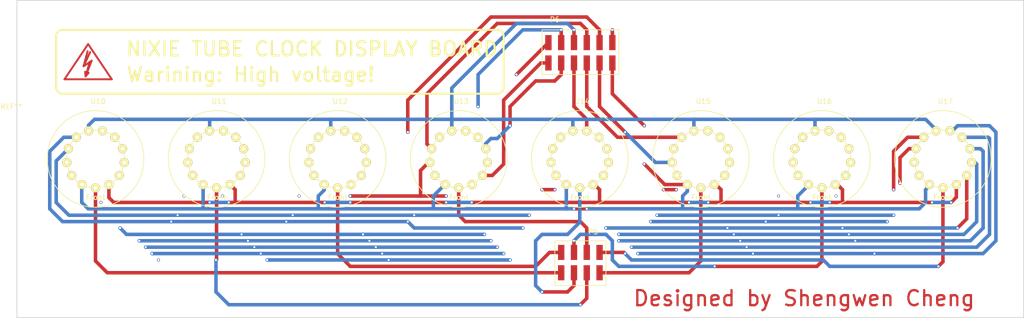
<source format=kicad_pcb>
(kicad_pcb (version 4) (host pcbnew 4.0.2-4+6225~38~ubuntu14.04.1-stable)

  (general
    (links 104)
    (no_connects 3)
    (area 51.994999 70.493439 252.145001 133.643441)
    (thickness 1.6)
    (drawings 15)
    (tracks 641)
    (zones 0)
    (modules 11)
    (nets 21)
  )

  (page A4)
  (layers
    (0 F.Cu signal)
    (1 In1.Cu signal)
    (2 In2.Cu signal)
    (31 B.Cu signal)
    (32 B.Adhes user)
    (33 F.Adhes user)
    (34 B.Paste user)
    (35 F.Paste user)
    (36 B.SilkS user)
    (37 F.SilkS user)
    (38 B.Mask user)
    (39 F.Mask user)
    (40 Dwgs.User user)
    (41 Cmts.User user)
    (42 Eco1.User user)
    (43 Eco2.User user)
    (44 Edge.Cuts user)
    (45 Margin user)
    (46 B.CrtYd user)
    (47 F.CrtYd user)
    (48 B.Fab user)
    (49 F.Fab user)
  )

  (setup
    (last_trace_width 0.7)
    (user_trace_width 0.55)
    (user_trace_width 0.6)
    (user_trace_width 0.7)
    (user_trace_width 0.9)
    (user_trace_width 1.1)
    (user_trace_width 1.3)
    (user_trace_width 1.5)
    (user_trace_width 1.7)
    (trace_clearance 0.2)
    (zone_clearance 0.508)
    (zone_45_only yes)
    (trace_min 0.2)
    (segment_width 0.15)
    (edge_width 0.15)
    (via_size 0.6)
    (via_drill 0.4)
    (via_min_size 0.4)
    (via_min_drill 0.3)
    (uvia_size 0.3)
    (uvia_drill 0.1)
    (uvias_allowed no)
    (uvia_min_size 0.2)
    (uvia_min_drill 0.1)
    (pcb_text_width 0.3)
    (pcb_text_size 1.5 1.5)
    (mod_edge_width 0.15)
    (mod_text_size 1 1)
    (mod_text_width 0.15)
    (pad_size 1.524 1.524)
    (pad_drill 0.762)
    (pad_to_mask_clearance 0.2)
    (aux_axis_origin 0 0)
    (grid_origin 144.96288 117.05844)
    (visible_elements FFFFFF7F)
    (pcbplotparams
      (layerselection 0x00030_80000001)
      (usegerberextensions false)
      (excludeedgelayer true)
      (linewidth 0.100000)
      (plotframeref false)
      (viasonmask false)
      (mode 1)
      (useauxorigin false)
      (hpglpennumber 1)
      (hpglpenspeed 20)
      (hpglpendiameter 15)
      (hpglpenoverlay 2)
      (psnegative false)
      (psa4output false)
      (plotreference true)
      (plotvalue true)
      (plotinvisibletext false)
      (padsonsilk false)
      (subtractmaskfromsilk false)
      (outputformat 1)
      (mirror false)
      (drillshape 0)
      (scaleselection 1)
      (outputdirectory ../../../../../Documents/))
  )

  (net 0 "")
  (net 1 cathode_comma_left)
  (net 2 cathode_comma_right)
  (net 3 anode1)
  (net 4 cathode1)
  (net 5 cathode2)
  (net 6 cathode3)
  (net 7 cathode4)
  (net 8 anode5)
  (net 9 cathode5)
  (net 10 cathode6)
  (net 11 cathode7)
  (net 12 cathode8)
  (net 13 cathode9)
  (net 14 cathode0)
  (net 15 anode2)
  (net 16 anode6)
  (net 17 anode3)
  (net 18 anode7)
  (net 19 anode4)
  (net 20 anode8)

  (net_class Default "This is the default net class."
    (clearance 0.2)
    (trace_width 0.25)
    (via_dia 0.6)
    (via_drill 0.4)
    (uvia_dia 0.3)
    (uvia_drill 0.1)
    (add_net anode1)
    (add_net anode2)
    (add_net anode3)
    (add_net anode4)
    (add_net anode5)
    (add_net anode6)
    (add_net anode7)
    (add_net anode8)
    (add_net cathode0)
    (add_net cathode1)
    (add_net cathode2)
    (add_net cathode3)
    (add_net cathode4)
    (add_net cathode5)
    (add_net cathode6)
    (add_net cathode7)
    (add_net cathode8)
    (add_net cathode9)
    (add_net cathode_comma_left)
    (add_net cathode_comma_right)
  )

  (module IN-14:IN-14 (layer F.Cu) (tedit 564B3BAB) (tstamp 56A350EE)
    (at 163.89 102.06844)
    (path /5646AE2C/56493B81)
    (fp_text reference U14 (at 0.5 -11.43) (layer F.SilkS)
      (effects (font (size 1 1) (thickness 0.15)))
    )
    (fp_text value IN-14 (at 0 -8.12) (layer F.Fab)
      (effects (font (size 1 1) (thickness 0.15)))
    )
    (fp_text user Front (at 0 7.62) (layer F.SilkS)
      (effects (font (size 1 1) (thickness 0.15)))
    )
    (fp_circle (center 0 0) (end 0 9.6) (layer F.SilkS) (width 0.15))
    (fp_circle (center 0 0) (end 5.75 0) (layer F.SilkS) (width 0.15))
    (pad 1 thru_hole circle (at 0 5.75) (size 1.8 1.8) (drill 0.762) (layers *.Cu *.Mask F.SilkS)
      (net 17 anode3))
    (pad 2 thru_hole circle (at -2.672842 5.091013) (size 1.8 1.8) (drill 0.762) (layers *.Cu *.Mask F.SilkS)
      (net 1 cathode_comma_left))
    (pad 3 thru_hole circle (at -4.733034 3.265102) (size 1.8 1.8) (drill 0.762) (layers *.Cu *.Mask F.SilkS)
      (net 4 cathode1))
    (pad 4 thru_hole circle (at -5.708355 0.690787) (size 1.8 1.8) (drill 0.762) (layers *.Cu *.Mask F.SilkS)
      (net 5 cathode2))
    (pad 5 thru_hole circle (at -5.375248 -2.041865) (size 1.8 1.8) (drill 0.762) (layers *.Cu *.Mask F.SilkS)
      (net 6 cathode3))
    (pad 6 thru_hole circle (at -3.810065 -4.306495) (size 1.8 1.8) (drill 0.762) (layers *.Cu *.Mask F.SilkS)
      (net 7 cathode4))
    (pad 7 thru_hole circle (at -1.371567 -5.584022) (size 1.8 1.8) (drill 0.762) (layers *.Cu *.Mask F.SilkS)
      (net 9 cathode5))
    (pad 8 thru_hole circle (at 1.381311 -5.58162) (size 1.8 1.8) (drill 0.762) (layers *.Cu *.Mask F.SilkS)
      (net 10 cathode6))
    (pad 9 thru_hole circle (at 3.817576 -4.299839) (size 1.8 1.8) (drill 0.762) (layers *.Cu *.Mask F.SilkS)
      (net 11 cathode7))
    (pad 10 thru_hole circle (at 5.378803 -2.03248) (size 1.8 1.8) (drill 0.762) (layers *.Cu *.Mask F.SilkS)
      (net 12 cathode8))
    (pad 11 thru_hole circle (at 5.70714 0.700749) (size 1.8 1.8) (drill 0.762) (layers *.Cu *.Mask F.SilkS)
      (net 13 cathode9))
    (pad 12 thru_hole circle (at 4.727328 3.273357) (size 1.8 1.8) (drill 0.762) (layers *.Cu *.Mask F.SilkS)
      (net 14 cathode0))
    (pad 13 thru_hole circle (at 2.663952 5.095671) (size 1.8 1.8) (drill 0.762) (layers *.Cu *.Mask F.SilkS)
      (net 2 cathode_comma_right))
  )

  (module IN-14:IN-14 (layer F.Cu) (tedit 564B3BAB) (tstamp 56A350FF)
    (at 187.94 102.06844)
    (path /5646AE2C/56497266)
    (fp_text reference U15 (at 0.5 -11.43) (layer F.SilkS)
      (effects (font (size 1 1) (thickness 0.15)))
    )
    (fp_text value IN-14 (at 0 -8.12) (layer F.Fab)
      (effects (font (size 1 1) (thickness 0.15)))
    )
    (fp_text user Front (at 0 7.62) (layer F.SilkS)
      (effects (font (size 1 1) (thickness 0.15)))
    )
    (fp_circle (center 0 0) (end 0 9.6) (layer F.SilkS) (width 0.15))
    (fp_circle (center 0 0) (end 5.75 0) (layer F.SilkS) (width 0.15))
    (pad 1 thru_hole circle (at 0 5.75) (size 1.8 1.8) (drill 0.762) (layers *.Cu *.Mask F.SilkS)
      (net 18 anode7))
    (pad 2 thru_hole circle (at -2.672842 5.091013) (size 1.8 1.8) (drill 0.762) (layers *.Cu *.Mask F.SilkS)
      (net 1 cathode_comma_left))
    (pad 3 thru_hole circle (at -4.733034 3.265102) (size 1.8 1.8) (drill 0.762) (layers *.Cu *.Mask F.SilkS)
      (net 4 cathode1))
    (pad 4 thru_hole circle (at -5.708355 0.690787) (size 1.8 1.8) (drill 0.762) (layers *.Cu *.Mask F.SilkS)
      (net 5 cathode2))
    (pad 5 thru_hole circle (at -5.375248 -2.041865) (size 1.8 1.8) (drill 0.762) (layers *.Cu *.Mask F.SilkS)
      (net 6 cathode3))
    (pad 6 thru_hole circle (at -3.810065 -4.306495) (size 1.8 1.8) (drill 0.762) (layers *.Cu *.Mask F.SilkS)
      (net 7 cathode4))
    (pad 7 thru_hole circle (at -1.371567 -5.584022) (size 1.8 1.8) (drill 0.762) (layers *.Cu *.Mask F.SilkS)
      (net 9 cathode5))
    (pad 8 thru_hole circle (at 1.381311 -5.58162) (size 1.8 1.8) (drill 0.762) (layers *.Cu *.Mask F.SilkS)
      (net 10 cathode6))
    (pad 9 thru_hole circle (at 3.817576 -4.299839) (size 1.8 1.8) (drill 0.762) (layers *.Cu *.Mask F.SilkS)
      (net 11 cathode7))
    (pad 10 thru_hole circle (at 5.378803 -2.03248) (size 1.8 1.8) (drill 0.762) (layers *.Cu *.Mask F.SilkS)
      (net 12 cathode8))
    (pad 11 thru_hole circle (at 5.70714 0.700749) (size 1.8 1.8) (drill 0.762) (layers *.Cu *.Mask F.SilkS)
      (net 13 cathode9))
    (pad 12 thru_hole circle (at 4.727328 3.273357) (size 1.8 1.8) (drill 0.762) (layers *.Cu *.Mask F.SilkS)
      (net 14 cathode0))
    (pad 13 thru_hole circle (at 2.663952 5.095671) (size 1.8 1.8) (drill 0.762) (layers *.Cu *.Mask F.SilkS)
      (net 2 cathode_comma_right))
  )

  (module IN-14:IN-14 (layer F.Cu) (tedit 564B3BAB) (tstamp 56A35110)
    (at 211.99 102.06844)
    (path /5646AE2C/56493B87)
    (fp_text reference U16 (at 0.5 -11.43) (layer F.SilkS)
      (effects (font (size 1 1) (thickness 0.15)))
    )
    (fp_text value IN-14 (at 0 -8.12) (layer F.Fab)
      (effects (font (size 1 1) (thickness 0.15)))
    )
    (fp_text user Front (at 0 7.62) (layer F.SilkS)
      (effects (font (size 1 1) (thickness 0.15)))
    )
    (fp_circle (center 0 0) (end 0 9.6) (layer F.SilkS) (width 0.15))
    (fp_circle (center 0 0) (end 5.75 0) (layer F.SilkS) (width 0.15))
    (pad 1 thru_hole circle (at 0 5.75) (size 1.8 1.8) (drill 0.762) (layers *.Cu *.Mask F.SilkS)
      (net 19 anode4))
    (pad 2 thru_hole circle (at -2.672842 5.091013) (size 1.8 1.8) (drill 0.762) (layers *.Cu *.Mask F.SilkS)
      (net 1 cathode_comma_left))
    (pad 3 thru_hole circle (at -4.733034 3.265102) (size 1.8 1.8) (drill 0.762) (layers *.Cu *.Mask F.SilkS)
      (net 4 cathode1))
    (pad 4 thru_hole circle (at -5.708355 0.690787) (size 1.8 1.8) (drill 0.762) (layers *.Cu *.Mask F.SilkS)
      (net 5 cathode2))
    (pad 5 thru_hole circle (at -5.375248 -2.041865) (size 1.8 1.8) (drill 0.762) (layers *.Cu *.Mask F.SilkS)
      (net 6 cathode3))
    (pad 6 thru_hole circle (at -3.810065 -4.306495) (size 1.8 1.8) (drill 0.762) (layers *.Cu *.Mask F.SilkS)
      (net 7 cathode4))
    (pad 7 thru_hole circle (at -1.371567 -5.584022) (size 1.8 1.8) (drill 0.762) (layers *.Cu *.Mask F.SilkS)
      (net 9 cathode5))
    (pad 8 thru_hole circle (at 1.381311 -5.58162) (size 1.8 1.8) (drill 0.762) (layers *.Cu *.Mask F.SilkS)
      (net 10 cathode6))
    (pad 9 thru_hole circle (at 3.817576 -4.299839) (size 1.8 1.8) (drill 0.762) (layers *.Cu *.Mask F.SilkS)
      (net 11 cathode7))
    (pad 10 thru_hole circle (at 5.378803 -2.03248) (size 1.8 1.8) (drill 0.762) (layers *.Cu *.Mask F.SilkS)
      (net 12 cathode8))
    (pad 11 thru_hole circle (at 5.70714 0.700749) (size 1.8 1.8) (drill 0.762) (layers *.Cu *.Mask F.SilkS)
      (net 13 cathode9))
    (pad 12 thru_hole circle (at 4.727328 3.273357) (size 1.8 1.8) (drill 0.762) (layers *.Cu *.Mask F.SilkS)
      (net 14 cathode0))
    (pad 13 thru_hole circle (at 2.663952 5.095671) (size 1.8 1.8) (drill 0.762) (layers *.Cu *.Mask F.SilkS)
      (net 2 cathode_comma_right))
  )

  (module IN-14:IN-14 (layer F.Cu) (tedit 564B3BAB) (tstamp 56A35121)
    (at 236.04 102.06844)
    (path /5646AE2C/5649726C)
    (fp_text reference U17 (at 0.5 -11.43) (layer F.SilkS)
      (effects (font (size 1 1) (thickness 0.15)))
    )
    (fp_text value IN-14 (at 0 -8.12) (layer F.Fab)
      (effects (font (size 1 1) (thickness 0.15)))
    )
    (fp_text user Front (at 0 7.62) (layer F.SilkS)
      (effects (font (size 1 1) (thickness 0.15)))
    )
    (fp_circle (center 0 0) (end 0 9.6) (layer F.SilkS) (width 0.15))
    (fp_circle (center 0 0) (end 5.75 0) (layer F.SilkS) (width 0.15))
    (pad 1 thru_hole circle (at 0 5.75) (size 1.8 1.8) (drill 0.762) (layers *.Cu *.Mask F.SilkS)
      (net 20 anode8))
    (pad 2 thru_hole circle (at -2.672842 5.091013) (size 1.8 1.8) (drill 0.762) (layers *.Cu *.Mask F.SilkS)
      (net 1 cathode_comma_left))
    (pad 3 thru_hole circle (at -4.733034 3.265102) (size 1.8 1.8) (drill 0.762) (layers *.Cu *.Mask F.SilkS)
      (net 4 cathode1))
    (pad 4 thru_hole circle (at -5.708355 0.690787) (size 1.8 1.8) (drill 0.762) (layers *.Cu *.Mask F.SilkS)
      (net 5 cathode2))
    (pad 5 thru_hole circle (at -5.375248 -2.041865) (size 1.8 1.8) (drill 0.762) (layers *.Cu *.Mask F.SilkS)
      (net 6 cathode3))
    (pad 6 thru_hole circle (at -3.810065 -4.306495) (size 1.8 1.8) (drill 0.762) (layers *.Cu *.Mask F.SilkS)
      (net 7 cathode4))
    (pad 7 thru_hole circle (at -1.371567 -5.584022) (size 1.8 1.8) (drill 0.762) (layers *.Cu *.Mask F.SilkS)
      (net 9 cathode5))
    (pad 8 thru_hole circle (at 1.381311 -5.58162) (size 1.8 1.8) (drill 0.762) (layers *.Cu *.Mask F.SilkS)
      (net 10 cathode6))
    (pad 9 thru_hole circle (at 3.817576 -4.299839) (size 1.8 1.8) (drill 0.762) (layers *.Cu *.Mask F.SilkS)
      (net 11 cathode7))
    (pad 10 thru_hole circle (at 5.378803 -2.03248) (size 1.8 1.8) (drill 0.762) (layers *.Cu *.Mask F.SilkS)
      (net 12 cathode8))
    (pad 11 thru_hole circle (at 5.70714 0.700749) (size 1.8 1.8) (drill 0.762) (layers *.Cu *.Mask F.SilkS)
      (net 13 cathode9))
    (pad 12 thru_hole circle (at 4.727328 3.273357) (size 1.8 1.8) (drill 0.762) (layers *.Cu *.Mask F.SilkS)
      (net 14 cathode0))
    (pad 13 thru_hole circle (at 2.663952 5.095671) (size 1.8 1.8) (drill 0.762) (layers *.Cu *.Mask F.SilkS)
      (net 2 cathode_comma_right))
  )

  (module IN-14:IN-14 (layer F.Cu) (tedit 564B3BAB) (tstamp 56A350AA)
    (at 67.69 102.06844)
    (path /5646AE2C/5649391C)
    (fp_text reference U10 (at 0.5 -11.43) (layer F.SilkS)
      (effects (font (size 1 1) (thickness 0.15)))
    )
    (fp_text value IN-14 (at 0 -8.12) (layer F.Fab)
      (effects (font (size 1 1) (thickness 0.15)))
    )
    (fp_text user Front (at 0 7.62) (layer F.SilkS)
      (effects (font (size 1 1) (thickness 0.15)))
    )
    (fp_circle (center 0 0) (end 0 9.6) (layer F.SilkS) (width 0.15))
    (fp_circle (center 0 0) (end 5.75 0) (layer F.SilkS) (width 0.15))
    (pad 1 thru_hole circle (at 0 5.75) (size 1.8 1.8) (drill 0.762) (layers *.Cu *.Mask F.SilkS)
      (net 3 anode1))
    (pad 2 thru_hole circle (at -2.672842 5.091013) (size 1.8 1.8) (drill 0.762) (layers *.Cu *.Mask F.SilkS)
      (net 1 cathode_comma_left))
    (pad 3 thru_hole circle (at -4.733034 3.265102) (size 1.8 1.8) (drill 0.762) (layers *.Cu *.Mask F.SilkS)
      (net 4 cathode1))
    (pad 4 thru_hole circle (at -5.708355 0.690787) (size 1.8 1.8) (drill 0.762) (layers *.Cu *.Mask F.SilkS)
      (net 5 cathode2))
    (pad 5 thru_hole circle (at -5.375248 -2.041865) (size 1.8 1.8) (drill 0.762) (layers *.Cu *.Mask F.SilkS)
      (net 6 cathode3))
    (pad 6 thru_hole circle (at -3.810065 -4.306495) (size 1.8 1.8) (drill 0.762) (layers *.Cu *.Mask F.SilkS)
      (net 7 cathode4))
    (pad 7 thru_hole circle (at -1.371567 -5.584022) (size 1.8 1.8) (drill 0.762) (layers *.Cu *.Mask F.SilkS)
      (net 9 cathode5))
    (pad 8 thru_hole circle (at 1.381311 -5.58162) (size 1.8 1.8) (drill 0.762) (layers *.Cu *.Mask F.SilkS)
      (net 10 cathode6))
    (pad 9 thru_hole circle (at 3.817576 -4.299839) (size 1.8 1.8) (drill 0.762) (layers *.Cu *.Mask F.SilkS)
      (net 11 cathode7))
    (pad 10 thru_hole circle (at 5.378803 -2.03248) (size 1.8 1.8) (drill 0.762) (layers *.Cu *.Mask F.SilkS)
      (net 12 cathode8))
    (pad 11 thru_hole circle (at 5.70714 0.700749) (size 1.8 1.8) (drill 0.762) (layers *.Cu *.Mask F.SilkS)
      (net 13 cathode9))
    (pad 12 thru_hole circle (at 4.727328 3.273357) (size 1.8 1.8) (drill 0.762) (layers *.Cu *.Mask F.SilkS)
      (net 14 cathode0))
    (pad 13 thru_hole circle (at 2.663952 5.095671) (size 1.8 1.8) (drill 0.762) (layers *.Cu *.Mask F.SilkS)
      (net 2 cathode_comma_right))
  )

  (module IN-14:IN-14 (layer F.Cu) (tedit 564B3BAB) (tstamp 56A350BB)
    (at 91.74 102.06844)
    (path /5646AE2C/5649725A)
    (fp_text reference U11 (at 0.5 -11.43) (layer F.SilkS)
      (effects (font (size 1 1) (thickness 0.15)))
    )
    (fp_text value IN-14 (at 0 -8.12) (layer F.Fab)
      (effects (font (size 1 1) (thickness 0.15)))
    )
    (fp_text user Front (at 0 7.62) (layer F.SilkS)
      (effects (font (size 1 1) (thickness 0.15)))
    )
    (fp_circle (center 0 0) (end 0 9.6) (layer F.SilkS) (width 0.15))
    (fp_circle (center 0 0) (end 5.75 0) (layer F.SilkS) (width 0.15))
    (pad 1 thru_hole circle (at 0 5.75) (size 1.8 1.8) (drill 0.762) (layers *.Cu *.Mask F.SilkS)
      (net 8 anode5))
    (pad 2 thru_hole circle (at -2.672842 5.091013) (size 1.8 1.8) (drill 0.762) (layers *.Cu *.Mask F.SilkS)
      (net 1 cathode_comma_left))
    (pad 3 thru_hole circle (at -4.733034 3.265102) (size 1.8 1.8) (drill 0.762) (layers *.Cu *.Mask F.SilkS)
      (net 4 cathode1))
    (pad 4 thru_hole circle (at -5.708355 0.690787) (size 1.8 1.8) (drill 0.762) (layers *.Cu *.Mask F.SilkS)
      (net 5 cathode2))
    (pad 5 thru_hole circle (at -5.375248 -2.041865) (size 1.8 1.8) (drill 0.762) (layers *.Cu *.Mask F.SilkS)
      (net 6 cathode3))
    (pad 6 thru_hole circle (at -3.810065 -4.306495) (size 1.8 1.8) (drill 0.762) (layers *.Cu *.Mask F.SilkS)
      (net 7 cathode4))
    (pad 7 thru_hole circle (at -1.371567 -5.584022) (size 1.8 1.8) (drill 0.762) (layers *.Cu *.Mask F.SilkS)
      (net 9 cathode5))
    (pad 8 thru_hole circle (at 1.381311 -5.58162) (size 1.8 1.8) (drill 0.762) (layers *.Cu *.Mask F.SilkS)
      (net 10 cathode6))
    (pad 9 thru_hole circle (at 3.817576 -4.299839) (size 1.8 1.8) (drill 0.762) (layers *.Cu *.Mask F.SilkS)
      (net 11 cathode7))
    (pad 10 thru_hole circle (at 5.378803 -2.03248) (size 1.8 1.8) (drill 0.762) (layers *.Cu *.Mask F.SilkS)
      (net 12 cathode8))
    (pad 11 thru_hole circle (at 5.70714 0.700749) (size 1.8 1.8) (drill 0.762) (layers *.Cu *.Mask F.SilkS)
      (net 13 cathode9))
    (pad 12 thru_hole circle (at 4.727328 3.273357) (size 1.8 1.8) (drill 0.762) (layers *.Cu *.Mask F.SilkS)
      (net 14 cathode0))
    (pad 13 thru_hole circle (at 2.663952 5.095671) (size 1.8 1.8) (drill 0.762) (layers *.Cu *.Mask F.SilkS)
      (net 2 cathode_comma_right))
  )

  (module IN-14:IN-14 (layer F.Cu) (tedit 564B3BAB) (tstamp 56A350CC)
    (at 115.79 102.06844)
    (path /5646AE2C/56493A41)
    (fp_text reference U12 (at 0.5 -11.43) (layer F.SilkS)
      (effects (font (size 1 1) (thickness 0.15)))
    )
    (fp_text value IN-14 (at 0 -8.12) (layer F.Fab)
      (effects (font (size 1 1) (thickness 0.15)))
    )
    (fp_text user Front (at 0 7.62) (layer F.SilkS)
      (effects (font (size 1 1) (thickness 0.15)))
    )
    (fp_circle (center 0 0) (end 0 9.6) (layer F.SilkS) (width 0.15))
    (fp_circle (center 0 0) (end 5.75 0) (layer F.SilkS) (width 0.15))
    (pad 1 thru_hole circle (at 0 5.75) (size 1.8 1.8) (drill 0.762) (layers *.Cu *.Mask F.SilkS)
      (net 15 anode2))
    (pad 2 thru_hole circle (at -2.672842 5.091013) (size 1.8 1.8) (drill 0.762) (layers *.Cu *.Mask F.SilkS)
      (net 1 cathode_comma_left))
    (pad 3 thru_hole circle (at -4.733034 3.265102) (size 1.8 1.8) (drill 0.762) (layers *.Cu *.Mask F.SilkS)
      (net 4 cathode1))
    (pad 4 thru_hole circle (at -5.708355 0.690787) (size 1.8 1.8) (drill 0.762) (layers *.Cu *.Mask F.SilkS)
      (net 5 cathode2))
    (pad 5 thru_hole circle (at -5.375248 -2.041865) (size 1.8 1.8) (drill 0.762) (layers *.Cu *.Mask F.SilkS)
      (net 6 cathode3))
    (pad 6 thru_hole circle (at -3.810065 -4.306495) (size 1.8 1.8) (drill 0.762) (layers *.Cu *.Mask F.SilkS)
      (net 7 cathode4))
    (pad 7 thru_hole circle (at -1.371567 -5.584022) (size 1.8 1.8) (drill 0.762) (layers *.Cu *.Mask F.SilkS)
      (net 9 cathode5))
    (pad 8 thru_hole circle (at 1.381311 -5.58162) (size 1.8 1.8) (drill 0.762) (layers *.Cu *.Mask F.SilkS)
      (net 10 cathode6))
    (pad 9 thru_hole circle (at 3.817576 -4.299839) (size 1.8 1.8) (drill 0.762) (layers *.Cu *.Mask F.SilkS)
      (net 11 cathode7))
    (pad 10 thru_hole circle (at 5.378803 -2.03248) (size 1.8 1.8) (drill 0.762) (layers *.Cu *.Mask F.SilkS)
      (net 12 cathode8))
    (pad 11 thru_hole circle (at 5.70714 0.700749) (size 1.8 1.8) (drill 0.762) (layers *.Cu *.Mask F.SilkS)
      (net 13 cathode9))
    (pad 12 thru_hole circle (at 4.727328 3.273357) (size 1.8 1.8) (drill 0.762) (layers *.Cu *.Mask F.SilkS)
      (net 14 cathode0))
    (pad 13 thru_hole circle (at 2.663952 5.095671) (size 1.8 1.8) (drill 0.762) (layers *.Cu *.Mask F.SilkS)
      (net 2 cathode_comma_right))
  )

  (module IN-14:IN-14 (layer F.Cu) (tedit 564B3BAB) (tstamp 56A350DD)
    (at 139.84 102.06844)
    (path /5646AE2C/56497260)
    (fp_text reference U13 (at 0.5 -11.43) (layer F.SilkS)
      (effects (font (size 1 1) (thickness 0.15)))
    )
    (fp_text value IN-14 (at 0 -8.12) (layer F.Fab)
      (effects (font (size 1 1) (thickness 0.15)))
    )
    (fp_text user Front (at 0 7.62) (layer F.SilkS)
      (effects (font (size 1 1) (thickness 0.15)))
    )
    (fp_circle (center 0 0) (end 0 9.6) (layer F.SilkS) (width 0.15))
    (fp_circle (center 0 0) (end 5.75 0) (layer F.SilkS) (width 0.15))
    (pad 1 thru_hole circle (at 0 5.75) (size 1.8 1.8) (drill 0.762) (layers *.Cu *.Mask F.SilkS)
      (net 16 anode6))
    (pad 2 thru_hole circle (at -2.672842 5.091013) (size 1.8 1.8) (drill 0.762) (layers *.Cu *.Mask F.SilkS)
      (net 1 cathode_comma_left))
    (pad 3 thru_hole circle (at -4.733034 3.265102) (size 1.8 1.8) (drill 0.762) (layers *.Cu *.Mask F.SilkS)
      (net 4 cathode1))
    (pad 4 thru_hole circle (at -5.708355 0.690787) (size 1.8 1.8) (drill 0.762) (layers *.Cu *.Mask F.SilkS)
      (net 5 cathode2))
    (pad 5 thru_hole circle (at -5.375248 -2.041865) (size 1.8 1.8) (drill 0.762) (layers *.Cu *.Mask F.SilkS)
      (net 6 cathode3))
    (pad 6 thru_hole circle (at -3.810065 -4.306495) (size 1.8 1.8) (drill 0.762) (layers *.Cu *.Mask F.SilkS)
      (net 7 cathode4))
    (pad 7 thru_hole circle (at -1.371567 -5.584022) (size 1.8 1.8) (drill 0.762) (layers *.Cu *.Mask F.SilkS)
      (net 9 cathode5))
    (pad 8 thru_hole circle (at 1.381311 -5.58162) (size 1.8 1.8) (drill 0.762) (layers *.Cu *.Mask F.SilkS)
      (net 10 cathode6))
    (pad 9 thru_hole circle (at 3.817576 -4.299839) (size 1.8 1.8) (drill 0.762) (layers *.Cu *.Mask F.SilkS)
      (net 11 cathode7))
    (pad 10 thru_hole circle (at 5.378803 -2.03248) (size 1.8 1.8) (drill 0.762) (layers *.Cu *.Mask F.SilkS)
      (net 12 cathode8))
    (pad 11 thru_hole circle (at 5.70714 0.700749) (size 1.8 1.8) (drill 0.762) (layers *.Cu *.Mask F.SilkS)
      (net 13 cathode9))
    (pad 12 thru_hole circle (at 4.727328 3.273357) (size 1.8 1.8) (drill 0.762) (layers *.Cu *.Mask F.SilkS)
      (net 14 cathode0))
    (pad 13 thru_hole circle (at 2.663952 5.095671) (size 1.8 1.8) (drill 0.762) (layers *.Cu *.Mask F.SilkS)
      (net 2 cathode_comma_right))
  )

  (module SMD_PIN_2_BY_4:SMD_PIN_2_BY_4 (layer F.Cu) (tedit 573C1B6D) (tstamp 573C1F93)
    (at 167.82288 124.67844 180)
    (path /5646AE2C/56A3C4CF)
    (fp_text reference P5 (at 1.27 8.12 180) (layer F.SilkS)
      (effects (font (size 1 1) (thickness 0.15)))
    )
    (fp_text value CONN_01X08 (at 3.81 -4.31 180) (layer F.Fab)
      (effects (font (size 1 1) (thickness 0.15)))
    )
    (fp_line (start -1.27 -2.54) (end 8.89 -2.54) (layer F.SilkS) (width 0.15))
    (fp_line (start 8.89 -2.54) (end 8.89 6.35) (layer F.SilkS) (width 0.15))
    (fp_line (start 8.89 6.35) (end -1.27 6.35) (layer F.SilkS) (width 0.15))
    (fp_line (start -1.27 6.35) (end -1.27 -2.54) (layer F.SilkS) (width 0.15))
    (pad 1 smd rect (at 0 4.04 180) (size 1.27 3) (layers F.Cu F.Paste F.Mask)
      (net 20 anode8))
    (pad 3 smd rect (at 2.54 4.04 180) (size 1.27 3) (layers F.Cu F.Paste F.Mask)
      (net 16 anode6))
    (pad 7 smd rect (at 7.62 4.04 180) (size 1.27 3) (layers F.Cu F.Paste F.Mask)
      (net 15 anode2))
    (pad 5 smd rect (at 5.08 4.04 180) (size 1.27 3) (layers F.Cu F.Paste F.Mask)
      (net 19 anode4))
    (pad 6 smd rect (at 5.08 0 180) (size 1.27 3) (layers F.Cu F.Paste F.Mask)
      (net 17 anode3))
    (pad 8 smd rect (at 7.62 0 180) (size 1.27 3) (layers F.Cu F.Paste F.Mask)
      (net 3 anode1))
    (pad 4 smd rect (at 2.54 0 180) (size 1.27 3) (layers F.Cu F.Paste F.Mask)
      (net 8 anode5))
    (pad 2 smd rect (at 0 0 180) (size 1.27 3) (layers F.Cu F.Paste F.Mask)
      (net 18 anode7))
  )

  (module SMD_PIN_2_BY_6:SMD_PIN_2_BY_6 (layer F.Cu) (tedit 573C1B1A) (tstamp 573C1F9E)
    (at 157.66288 78.95844)
    (path /5646AE2C/56A3E427)
    (fp_text reference P6 (at 1.27 -4.58) (layer F.SilkS)
      (effects (font (size 1 1) (thickness 0.15)))
    )
    (fp_text value CONN_01X12 (at 5.08 8.39) (layer F.Fab)
      (effects (font (size 1 1) (thickness 0.15)))
    )
    (fp_line (start -1.27 -2.54) (end 13.97 -2.54) (layer F.SilkS) (width 0.15))
    (fp_line (start 13.97 -2.54) (end 13.97 6.35) (layer F.SilkS) (width 0.15))
    (fp_line (start 13.97 6.35) (end -1.27 6.35) (layer F.SilkS) (width 0.15))
    (fp_line (start -1.27 6.35) (end -1.27 -2.54) (layer F.SilkS) (width 0.15))
    (pad 12 smd rect (at 12.7 0) (size 1.27 3) (layers F.Cu F.Paste F.Mask)
      (net 2 cathode_comma_right))
    (pad 10 smd rect (at 10.16 0) (size 1.27 3) (layers F.Cu F.Paste F.Mask)
      (net 4 cathode1))
    (pad 9 smd rect (at 10.16 4.04) (size 1.27 3) (layers F.Cu F.Paste F.Mask)
      (net 5 cathode2))
    (pad 11 smd rect (at 12.7 4.04) (size 1.27 3) (layers F.Cu F.Paste F.Mask)
      (net 1 cathode_comma_left))
    (pad 1 smd rect (at 0 4.04) (size 1.27 3) (layers F.Cu F.Paste F.Mask)
      (net 14 cathode0))
    (pad 3 smd rect (at 2.54 4.04) (size 1.27 3) (layers F.Cu F.Paste F.Mask)
      (net 12 cathode8))
    (pad 7 smd rect (at 7.62 4.04) (size 1.27 3) (layers F.Cu F.Paste F.Mask)
      (net 7 cathode4))
    (pad 5 smd rect (at 5.08 4.04) (size 1.27 3) (layers F.Cu F.Paste F.Mask)
      (net 10 cathode6))
    (pad 6 smd rect (at 5.08 0) (size 1.27 3) (layers F.Cu F.Paste F.Mask)
      (net 9 cathode5))
    (pad 8 smd rect (at 7.62 0) (size 1.27 3) (layers F.Cu F.Paste F.Mask)
      (net 6 cathode3))
    (pad 4 smd rect (at 2.54 0) (size 1.27 3) (layers F.Cu F.Paste F.Mask)
      (net 11 cathode7))
    (pad 2 smd rect (at 0 0) (size 1.27 3) (layers F.Cu F.Paste F.Mask)
      (net 13 cathode9))
  )

  (module Symbols:Symbol_HighVoltage_Type2_CopperTop_VerySmall (layer F.Cu) (tedit 573C85CB) (tstamp 573C20F4)
    (at 66.22288 83.45)
    (descr "Symbol, High Voltage, Type 2, Copper Top, Very Small,")
    (tags "Symbol, High Voltage, Type 2, Copper Top, Very Small,")
    (fp_text reference REF** (at -15.24 8.20844) (layer F.SilkS)
      (effects (font (size 1 1) (thickness 0.15)))
    )
    (fp_text value Symbol_HighVoltage_Type2_CopperTop_VerySmall (at 2.54 -10.16) (layer F.Fab)
      (effects (font (size 1 1) (thickness 0.15)))
    )
    (fp_line (start -0.49784 2.19964) (end 0.70104 -0.89916) (layer F.Cu) (width 0.381))
    (fp_line (start 0.70104 -0.89916) (end 0.1016 -0.50038) (layer F.Cu) (width 0.381))
    (fp_line (start -0.89916 0.20066) (end 0.40132 -2.60096) (layer F.Cu) (width 0.381))
    (fp_line (start -0.49784 2.19964) (end 0.1016 1.50114) (layer F.Cu) (width 0.381))
    (fp_line (start -0.09906 -2.79908) (end -0.89916 0.20066) (layer F.Cu) (width 0.381))
    (fp_line (start -0.89916 0.20066) (end 0.29972 -0.59944) (layer F.Cu) (width 0.381))
    (fp_line (start 0.29972 -0.59944) (end -0.49784 2.19964) (layer F.Cu) (width 0.381))
    (fp_line (start -0.49784 2.19964) (end -0.59944 1.30048) (layer F.Cu) (width 0.381))
    (fp_line (start 0 -4.191) (end 4.699 2.794) (layer F.Cu) (width 0.381))
    (fp_line (start 4.699 2.794) (end -4.699 2.794) (layer F.Cu) (width 0.381))
    (fp_line (start -4.699 2.794) (end 0 -4.191) (layer F.Cu) (width 0.381))
  )

  (gr_line (start 59.87288 77.68844) (end 59.87288 87.84844) (angle 90) (layer F.SilkS) (width 0.4))
  (gr_arc (start 61.14288 87.84844) (end 61.14288 89.11844) (angle 90) (layer F.SilkS) (width 0.4))
  (gr_arc (start 61.14288 77.68844) (end 59.87288 77.68844) (angle 90) (layer F.SilkS) (width 0.4))
  (gr_line (start 148.77288 77.68844) (end 148.77288 87.84844) (angle 90) (layer F.SilkS) (width 0.4))
  (gr_arc (start 147.50288 77.68844) (end 147.50288 76.41844) (angle 90) (layer F.SilkS) (width 0.4))
  (gr_arc (start 147.50288 87.84844) (end 148.77288 87.84844) (angle 90) (layer F.SilkS) (width 0.4))
  (gr_line (start 61.14288 76.41844) (end 147.50288 76.41844) (angle 90) (layer F.SilkS) (width 0.4) (tstamp 573C85BE))
  (gr_line (start 61.14288 89.11844) (end 147.50288 89.11844) (angle 90) (layer F.SilkS) (width 0.4))
  (gr_text "NIXIE TUBE CLOCK DISPLAY BOARD\n" (at 110.67288 80.22844) (layer F.SilkS) (tstamp 573C8413)
    (effects (font (size 2.8 2.8) (thickness 0.45)))
  )
  (gr_text "Designed by Shengwen Cheng" (at 208.46288 129.75844) (layer F.Cu) (tstamp 573C83E4)
    (effects (font (size 3 3) (thickness 0.45)))
  )
  (gr_line (start 252.07 70.56844) (end 252.07 133.56844) (angle 90) (layer Edge.Cuts) (width 0.15) (tstamp 573C8057))
  (gr_line (start 52.07 70.56844) (end 252.07 70.56844) (angle 90) (layer Edge.Cuts) (width 0.15) (tstamp 573C8058))
  (gr_line (start 52.07 70.56844) (end 52.07 133.56844) (angle 90) (layer Edge.Cuts) (width 0.15))
  (gr_line (start 52.07 133.56844) (end 252.07 133.56844) (angle 90) (layer Edge.Cuts) (width 0.15))
  (gr_text "Warining: High voltage!" (at 98.5 85.30844) (layer F.SilkS)
    (effects (font (size 2.8 2.8) (thickness 0.45)))
  )

  (segment (start 176.71288 103.08844) (end 176.71288 95.46844) (width 0.7) (layer In2.Cu) (net 1))
  (segment (start 170.36288 89.11844) (end 176.71288 95.46844) (width 0.7) (layer F.Cu) (net 1) (tstamp 573C9D1F))
  (via (at 176.71288 95.46844) (size 0.6) (drill 0.4) (layers F.Cu B.Cu) (net 1))
  (segment (start 170.36288 82.99844) (end 170.36288 89.11844) (width 0.7) (layer F.Cu) (net 1))
  (segment (start 180.783893 107.159453) (end 176.71288 103.08844) (width 0.7) (layer F.Cu) (net 1) (tstamp 573C9D54))
  (via (at 176.71288 103.08844) (size 0.6) (drill 0.4) (layers F.Cu B.Cu) (net 1))
  (segment (start 180.783893 107.159453) (end 185.267158 107.159453) (width 0.7) (layer F.Cu) (net 1))
  (segment (start 209.317158 107.159453) (end 209.317158 107.314162) (width 0.7) (layer B.Cu) (net 1))
  (segment (start 209.317158 107.314162) (end 207.19288 109.43844) (width 0.7) (layer B.Cu) (net 1) (tstamp 573C921A))
  (segment (start 207.19288 109.43844) (end 207.19288 111.97844) (width 0.7) (layer B.Cu) (net 1) (tstamp 573C921B))
  (segment (start 185.267158 107.159453) (end 185.267158 108.504162) (width 0.7) (layer B.Cu) (net 1))
  (segment (start 184.33288 109.43844) (end 184.33288 111.97844) (width 0.7) (layer B.Cu) (net 1) (tstamp 573C9215))
  (segment (start 185.267158 108.504162) (end 184.33288 109.43844) (width 0.7) (layer B.Cu) (net 1) (tstamp 573C9214))
  (segment (start 161.217158 107.159453) (end 161.217158 111.97844) (width 0.7) (layer B.Cu) (net 1))
  (segment (start 161.217158 111.97844) (end 161.47288 111.97844) (width 0.7) (layer B.Cu) (net 1) (tstamp 573C920F))
  (segment (start 137.167158 107.159453) (end 137.081867 107.159453) (width 0.7) (layer B.Cu) (net 1))
  (segment (start 137.081867 107.159453) (end 134.80288 109.43844) (width 0.7) (layer B.Cu) (net 1) (tstamp 573C91D4))
  (segment (start 134.80288 109.43844) (end 134.80288 111.97844) (width 0.7) (layer B.Cu) (net 1) (tstamp 573C91D6))
  (segment (start 113.117158 107.159453) (end 113.117158 108.264162) (width 0.7) (layer B.Cu) (net 1))
  (segment (start 111.94288 109.43844) (end 111.94288 111.97844) (width 0.7) (layer B.Cu) (net 1) (tstamp 573C91CE))
  (segment (start 113.117158 108.264162) (end 111.94288 109.43844) (width 0.7) (layer B.Cu) (net 1) (tstamp 573C91CD))
  (segment (start 89.067158 107.159453) (end 89.067158 111.97844) (width 0.7) (layer B.Cu) (net 1))
  (segment (start 89.067158 111.97844) (end 89.08288 111.97844) (width 0.7) (layer B.Cu) (net 1) (tstamp 573C91C5))
  (segment (start 233.367158 107.159453) (end 233.367158 107.394162) (width 0.7) (layer B.Cu) (net 1))
  (segment (start 233.367158 107.394162) (end 232.59288 108.16844) (width 0.7) (layer B.Cu) (net 1) (tstamp 573C918D))
  (segment (start 232.59288 108.16844) (end 232.59288 110.70844) (width 0.7) (layer B.Cu) (net 1) (tstamp 573C918F))
  (segment (start 232.59288 110.70844) (end 231.32288 111.97844) (width 0.7) (layer B.Cu) (net 1) (tstamp 573C9190))
  (segment (start 231.32288 111.97844) (end 207.19288 111.97844) (width 0.7) (layer B.Cu) (net 1) (tstamp 573C9192))
  (segment (start 207.19288 111.97844) (end 184.33288 111.97844) (width 0.7) (layer B.Cu) (net 1) (tstamp 573C921E))
  (segment (start 184.33288 111.97844) (end 165.28288 111.97844) (width 0.7) (layer B.Cu) (net 1) (tstamp 573C9218))
  (via (at 165.28288 111.97844) (size 0.6) (drill 0.4) (layers F.Cu B.Cu) (net 1))
  (segment (start 165.28288 111.97844) (end 162.74288 111.97844) (width 0.7) (layer F.Cu) (net 1) (tstamp 573C919C))
  (via (at 162.74288 111.97844) (size 0.6) (drill 0.4) (layers F.Cu B.Cu) (net 1))
  (segment (start 162.74288 111.97844) (end 161.47288 111.97844) (width 0.7) (layer B.Cu) (net 1) (tstamp 573C91A1))
  (segment (start 161.47288 111.97844) (end 134.80288 111.97844) (width 0.7) (layer B.Cu) (net 1) (tstamp 573C9212))
  (segment (start 134.80288 111.97844) (end 111.94288 111.97844) (width 0.7) (layer B.Cu) (net 1) (tstamp 573C91D9))
  (segment (start 111.94288 111.97844) (end 89.08288 111.97844) (width 0.7) (layer B.Cu) (net 1) (tstamp 573C91D1))
  (segment (start 89.08288 111.97844) (end 66.22288 111.97844) (width 0.7) (layer B.Cu) (net 1) (tstamp 573C91CB))
  (segment (start 66.22288 111.97844) (end 64.95288 110.70844) (width 0.7) (layer B.Cu) (net 1) (tstamp 573C91A2))
  (segment (start 64.95288 110.70844) (end 64.95288 107.223731) (width 0.7) (layer B.Cu) (net 1) (tstamp 573C91A7))
  (segment (start 64.95288 107.223731) (end 65.017158 107.159453) (width 0.7) (layer B.Cu) (net 1) (tstamp 573C91A8))
  (segment (start 170.36288 76.41844) (end 165.28288 76.41844) (width 0.7) (layer In2.Cu) (net 2))
  (via (at 170.36288 76.41844) (size 0.6) (drill 0.4) (layers F.Cu B.Cu) (net 2))
  (segment (start 170.36288 78.95844) (end 170.36288 76.41844) (width 0.7) (layer F.Cu) (net 2) (status 400000))
  (segment (start 137.34288 114.51844) (end 137.34288 110.70844) (width 0.7) (layer In2.Cu) (net 2) (tstamp 573C9EBA))
  (segment (start 136.07288 115.78844) (end 137.34288 114.51844) (width 0.7) (layer In2.Cu) (net 2) (tstamp 573C9EB9))
  (segment (start 128.45288 115.78844) (end 136.07288 115.78844) (width 0.7) (layer In2.Cu) (net 2) (tstamp 573C9EB8))
  (segment (start 128.45288 91.65844) (end 128.45288 115.78844) (width 0.7) (layer In2.Cu) (net 2) (tstamp 573C9EB2))
  (segment (start 144.96288 75.14844) (end 128.45288 91.65844) (width 0.7) (layer In2.Cu) (net 2) (tstamp 573C9EA0))
  (segment (start 164.01288 75.14844) (end 144.96288 75.14844) (width 0.7) (layer In2.Cu) (net 2) (tstamp 573C9E9F))
  (segment (start 165.28288 76.41844) (end 164.01288 75.14844) (width 0.7) (layer In2.Cu) (net 2) (tstamp 573C9E9A))
  (segment (start 214.653952 107.164111) (end 215.078551 107.164111) (width 0.7) (layer F.Cu) (net 2))
  (segment (start 215.078551 107.164111) (end 216.08288 108.16844) (width 0.7) (layer F.Cu) (net 2) (tstamp 573C916F))
  (segment (start 216.08288 108.16844) (end 216.08288 110.70844) (width 0.7) (layer F.Cu) (net 2) (tstamp 573C9170))
  (segment (start 190.603952 107.164111) (end 190.948551 107.164111) (width 0.7) (layer F.Cu) (net 2))
  (segment (start 190.948551 107.164111) (end 191.95288 108.16844) (width 0.7) (layer F.Cu) (net 2) (tstamp 573C9169))
  (segment (start 191.95288 108.16844) (end 191.95288 110.70844) (width 0.7) (layer F.Cu) (net 2) (tstamp 573C916A))
  (segment (start 166.553952 107.164111) (end 166.818551 107.164111) (width 0.7) (layer F.Cu) (net 2))
  (segment (start 166.818551 107.164111) (end 167.82288 108.16844) (width 0.7) (layer F.Cu) (net 2) (tstamp 573C9162))
  (segment (start 167.82288 108.16844) (end 167.82288 110.70844) (width 0.7) (layer F.Cu) (net 2) (tstamp 573C9164))
  (segment (start 94.403952 107.164111) (end 94.428551 107.164111) (width 0.7) (layer F.Cu) (net 2))
  (segment (start 94.428551 107.164111) (end 95.43288 108.16844) (width 0.7) (layer F.Cu) (net 2) (tstamp 573C915B))
  (segment (start 95.43288 108.16844) (end 95.43288 110.70844) (width 0.7) (layer F.Cu) (net 2) (tstamp 573C915C))
  (segment (start 70.353952 107.164111) (end 70.353952 109.759512) (width 0.7) (layer F.Cu) (net 2))
  (segment (start 70.353952 109.759512) (end 71.30288 110.70844) (width 0.7) (layer F.Cu) (net 2) (tstamp 573C9154))
  (segment (start 189.41288 110.70844) (end 185.60288 110.70844) (width 0.7) (layer B.Cu) (net 2))
  (via (at 185.60288 110.70844) (size 0.6) (drill 0.4) (layers F.Cu B.Cu) (net 2))
  (segment (start 185.60288 110.70844) (end 167.82288 110.70844) (width 0.7) (layer F.Cu) (net 2) (tstamp 573C9139))
  (segment (start 167.82288 110.70844) (end 142.42288 110.70844) (width 0.7) (layer F.Cu) (net 2) (tstamp 573C9167))
  (via (at 142.42288 110.70844) (size 0.6) (drill 0.4) (layers F.Cu B.Cu) (net 2))
  (segment (start 142.42288 110.70844) (end 137.34288 110.70844) (width 0.7) (layer B.Cu) (net 2) (tstamp 573C913F))
  (via (at 137.34288 110.70844) (size 0.6) (drill 0.4) (layers F.Cu B.Cu) (net 2))
  (segment (start 137.34288 110.70844) (end 118.29288 110.70844) (width 0.7) (layer F.Cu) (net 2) (tstamp 573C9142))
  (via (at 118.29288 110.70844) (size 0.6) (drill 0.4) (layers F.Cu B.Cu) (net 2))
  (segment (start 118.29288 110.70844) (end 113.21288 110.70844) (width 0.7) (layer B.Cu) (net 2) (tstamp 573C9145))
  (via (at 113.21288 110.70844) (size 0.6) (drill 0.4) (layers F.Cu B.Cu) (net 2))
  (segment (start 113.21288 110.70844) (end 95.43288 110.70844) (width 0.7) (layer F.Cu) (net 2) (tstamp 573C9148))
  (segment (start 95.43288 110.70844) (end 94.16288 110.70844) (width 0.7) (layer F.Cu) (net 2) (tstamp 573C915F))
  (via (at 94.16288 110.70844) (size 0.6) (drill 0.4) (layers F.Cu B.Cu) (net 2))
  (segment (start 94.16288 110.70844) (end 90.35288 110.70844) (width 0.7) (layer B.Cu) (net 2) (tstamp 573C914B))
  (via (at 90.35288 110.70844) (size 0.6) (drill 0.4) (layers F.Cu B.Cu) (net 2))
  (segment (start 90.35288 110.70844) (end 71.30288 110.70844) (width 0.7) (layer F.Cu) (net 2) (tstamp 573C914E))
  (segment (start 238.703952 107.164111) (end 238.703952 109.677368) (width 0.7) (layer F.Cu) (net 2))
  (segment (start 238.703952 109.677368) (end 237.67288 110.70844) (width 0.7) (layer F.Cu) (net 2) (tstamp 573C9102))
  (via (at 237.67288 110.70844) (size 0.6) (drill 0.4) (layers F.Cu B.Cu) (net 2))
  (segment (start 237.67288 110.70844) (end 233.86288 110.70844) (width 0.7) (layer B.Cu) (net 2) (tstamp 573C9108))
  (via (at 233.86288 110.70844) (size 0.6) (drill 0.4) (layers F.Cu B.Cu) (net 2))
  (segment (start 233.86288 110.70844) (end 216.08288 110.70844) (width 0.7) (layer F.Cu) (net 2) (tstamp 573C910E))
  (segment (start 216.08288 110.70844) (end 213.54288 110.70844) (width 0.7) (layer F.Cu) (net 2) (tstamp 573C9173))
  (via (at 213.54288 110.70844) (size 0.6) (drill 0.4) (layers F.Cu B.Cu) (net 2))
  (segment (start 213.54288 110.70844) (end 209.73288 110.70844) (width 0.7) (layer B.Cu) (net 2) (tstamp 573C9111))
  (via (at 209.73288 110.70844) (size 0.6) (drill 0.4) (layers F.Cu B.Cu) (net 2))
  (segment (start 209.73288 110.70844) (end 191.95288 110.70844) (width 0.7) (layer F.Cu) (net 2) (tstamp 573C9114))
  (segment (start 191.95288 110.70844) (end 189.41288 110.70844) (width 0.7) (layer F.Cu) (net 2) (tstamp 573C916D))
  (via (at 189.41288 110.70844) (size 0.6) (drill 0.4) (layers F.Cu B.Cu) (net 2))
  (segment (start 70.03288 107.485183) (end 70.353952 107.164111) (width 0.7) (layer F.Cu) (net 2) (tstamp 573C9151))
  (segment (start 160.20288 124.67844) (end 70.03288 124.67844) (width 0.7) (layer F.Cu) (net 3))
  (segment (start 67.69 122.33556) (end 67.69 107.81844) (width 0.7) (layer F.Cu) (net 3) (tstamp 573C8E96))
  (segment (start 70.03288 124.67844) (end 67.69 122.33556) (width 0.7) (layer F.Cu) (net 3) (tstamp 573C8E92))
  (segment (start 129.72288 96.73844) (end 129.72288 103.08844) (width 0.7) (layer In1.Cu) (net 4))
  (segment (start 167.82288 76.41844) (end 165.28288 73.87844) (width 0.7) (layer F.Cu) (net 4) (tstamp 573C9E46))
  (segment (start 165.28288 73.87844) (end 146.23288 73.87844) (width 0.7) (layer F.Cu) (net 4) (tstamp 573C9E4A))
  (segment (start 146.23288 73.87844) (end 129.72288 90.38844) (width 0.7) (layer F.Cu) (net 4) (tstamp 573C9E4C))
  (segment (start 129.72288 90.38844) (end 129.72288 96.73844) (width 0.7) (layer F.Cu) (net 4) (tstamp 573C9E55))
  (via (at 129.72288 96.73844) (size 0.6) (drill 0.4) (layers F.Cu B.Cu) (net 4))
  (segment (start 167.82288 78.95844) (end 167.82288 76.41844) (width 0.7) (layer F.Cu) (net 4) (status 400000))
  (segment (start 129.72288 103.08844) (end 133.53288 106.89844) (width 0.7) (layer In1.Cu) (net 4) (tstamp 573C9E69))
  (segment (start 207.256966 105.333542) (end 207.256966 105.564354) (width 0.7) (layer In1.Cu) (net 4))
  (segment (start 207.256966 105.564354) (end 205.92288 106.89844) (width 0.7) (layer In1.Cu) (net 4) (tstamp 573C92D8))
  (segment (start 205.92288 106.89844) (end 205.92288 111.97844) (width 0.7) (layer In1.Cu) (net 4) (tstamp 573C92D9))
  (segment (start 183.206966 105.333542) (end 183.206966 105.484354) (width 0.7) (layer In1.Cu) (net 4))
  (segment (start 183.206966 105.484354) (end 181.79288 106.89844) (width 0.7) (layer In1.Cu) (net 4) (tstamp 573C92D2))
  (segment (start 181.79288 106.89844) (end 181.79288 111.97844) (width 0.7) (layer In1.Cu) (net 4) (tstamp 573C92D3))
  (segment (start 159.156966 105.333542) (end 159.156966 105.404354) (width 0.7) (layer In1.Cu) (net 4))
  (segment (start 159.156966 105.404354) (end 157.66288 106.89844) (width 0.7) (layer In1.Cu) (net 4) (tstamp 573C92CC))
  (segment (start 157.66288 106.89844) (end 157.66288 111.97844) (width 0.7) (layer In1.Cu) (net 4) (tstamp 573C92CD))
  (segment (start 135.106966 105.333542) (end 135.097778 105.333542) (width 0.7) (layer In1.Cu) (net 4))
  (segment (start 135.097778 105.333542) (end 133.53288 106.89844) (width 0.7) (layer In1.Cu) (net 4) (tstamp 573C92C6))
  (segment (start 133.53288 106.89844) (end 133.53288 111.97844) (width 0.7) (layer In1.Cu) (net 4) (tstamp 573C92C7))
  (segment (start 111.056966 105.333542) (end 110.967778 105.333542) (width 0.7) (layer In1.Cu) (net 4))
  (segment (start 110.967778 105.333542) (end 109.40288 106.89844) (width 0.7) (layer In1.Cu) (net 4) (tstamp 573C92BD))
  (segment (start 109.40288 106.89844) (end 109.40288 111.97844) (width 0.7) (layer In1.Cu) (net 4) (tstamp 573C92C1))
  (segment (start 87.006966 105.333542) (end 87.006966 111.97844) (width 0.7) (layer In1.Cu) (net 4))
  (segment (start 87.006966 111.97844) (end 86.54288 111.97844) (width 0.7) (layer In1.Cu) (net 4) (tstamp 573C92B5))
  (segment (start 231.306966 105.333542) (end 231.306966 109.454354) (width 0.7) (layer In1.Cu) (net 4))
  (segment (start 62.956966 111.252526) (end 62.956966 105.333542) (width 0.7) (layer In1.Cu) (net 4) (tstamp 573C92B1))
  (segment (start 63.68288 111.97844) (end 62.956966 111.252526) (width 0.7) (layer In1.Cu) (net 4) (tstamp 573C92AD))
  (segment (start 158.93288 111.97844) (end 157.66288 111.97844) (width 0.7) (layer In1.Cu) (net 4) (tstamp 573C92A3))
  (segment (start 157.66288 111.97844) (end 133.53288 111.97844) (width 0.7) (layer In1.Cu) (net 4) (tstamp 573C92D0))
  (segment (start 133.53288 111.97844) (end 109.40288 111.97844) (width 0.7) (layer In1.Cu) (net 4) (tstamp 573C92CA))
  (segment (start 109.40288 111.97844) (end 86.54288 111.97844) (width 0.7) (layer In1.Cu) (net 4) (tstamp 573C92C4))
  (segment (start 86.54288 111.97844) (end 63.68288 111.97844) (width 0.7) (layer In1.Cu) (net 4) (tstamp 573C92B9))
  (segment (start 160.20288 110.70844) (end 158.93288 111.97844) (width 0.7) (layer In1.Cu) (net 4) (tstamp 573C92A0))
  (segment (start 166.55288 110.70844) (end 160.20288 110.70844) (width 0.7) (layer In1.Cu) (net 4) (tstamp 573C929D))
  (segment (start 167.82288 111.97844) (end 166.55288 110.70844) (width 0.7) (layer In1.Cu) (net 4) (tstamp 573C9297))
  (segment (start 228.78288 111.97844) (end 205.92288 111.97844) (width 0.7) (layer In1.Cu) (net 4) (tstamp 573C9291))
  (segment (start 205.92288 111.97844) (end 181.79288 111.97844) (width 0.7) (layer In1.Cu) (net 4) (tstamp 573C92DC))
  (segment (start 181.79288 111.97844) (end 167.82288 111.97844) (width 0.7) (layer In1.Cu) (net 4) (tstamp 573C92D6))
  (segment (start 231.306966 109.454354) (end 228.78288 111.97844) (width 0.7) (layer In1.Cu) (net 4) (tstamp 573C928F))
  (segment (start 167.82288 82.99844) (end 167.82288 91.65844) (width 0.7) (layer F.Cu) (net 5))
  (segment (start 178.923667 102.759227) (end 182.231645 102.759227) (width 0.7) (layer B.Cu) (net 5) (tstamp 573C9D18))
  (segment (start 172.90288 96.73844) (end 178.923667 102.759227) (width 0.7) (layer B.Cu) (net 5) (tstamp 573C9D17))
  (via (at 172.90288 96.73844) (size 0.6) (drill 0.4) (layers F.Cu B.Cu) (net 5))
  (segment (start 167.82288 91.65844) (end 172.90288 96.73844) (width 0.7) (layer F.Cu) (net 5) (tstamp 573C9D11))
  (segment (start 206.281645 102.759227) (end 206.252093 102.759227) (width 0.7) (layer In2.Cu) (net 5))
  (segment (start 206.252093 102.759227) (end 204.65288 104.35844) (width 0.7) (layer In2.Cu) (net 5) (tstamp 573C9437))
  (segment (start 204.65288 104.35844) (end 204.65288 109.43844) (width 0.7) (layer In2.Cu) (net 5) (tstamp 573C9438))
  (segment (start 182.231645 102.759227) (end 180.852093 102.759227) (width 0.7) (layer In1.Cu) (net 5))
  (segment (start 180.52288 103.08844) (end 180.52288 108.16844) (width 0.7) (layer In1.Cu) (net 5) (tstamp 573C942E))
  (segment (start 180.852093 102.759227) (end 180.52288 103.08844) (width 0.7) (layer In1.Cu) (net 5) (tstamp 573C942D))
  (segment (start 158.181645 102.759227) (end 157.992093 102.759227) (width 0.7) (layer In1.Cu) (net 5))
  (segment (start 157.992093 102.759227) (end 155.12288 105.62844) (width 0.7) (layer In1.Cu) (net 5) (tstamp 573C9428))
  (segment (start 155.12288 105.62844) (end 155.12288 109.43844) (width 0.7) (layer In1.Cu) (net 5) (tstamp 573C9429))
  (segment (start 134.131645 102.759227) (end 133.862093 102.759227) (width 0.7) (layer F.Cu) (net 5))
  (segment (start 133.862093 102.759227) (end 132.26288 104.35844) (width 0.7) (layer F.Cu) (net 5) (tstamp 573C9420))
  (segment (start 132.26288 104.35844) (end 132.26288 109.43844) (width 0.7) (layer F.Cu) (net 5) (tstamp 573C9421))
  (segment (start 110.081645 102.759227) (end 109.732093 102.759227) (width 0.7) (layer In1.Cu) (net 5))
  (segment (start 109.732093 102.759227) (end 108.13288 104.35844) (width 0.7) (layer In1.Cu) (net 5) (tstamp 573C9414))
  (segment (start 108.13288 104.35844) (end 108.13288 109.43844) (width 0.7) (layer In1.Cu) (net 5) (tstamp 573C9416))
  (segment (start 86.031645 102.759227) (end 85.602093 102.759227) (width 0.7) (layer In1.Cu) (net 5))
  (segment (start 85.602093 102.759227) (end 85.27288 103.08844) (width 0.7) (layer In1.Cu) (net 5) (tstamp 573C940C))
  (segment (start 85.27288 103.08844) (end 85.27288 109.43844) (width 0.7) (layer In1.Cu) (net 5) (tstamp 573C940E))
  (segment (start 68.76288 110.70844) (end 62.41288 110.70844) (width 0.7) (layer In2.Cu) (net 5))
  (segment (start 70.03288 109.43844) (end 68.76288 110.70844) (width 0.7) (layer In1.Cu) (net 5) (tstamp 573C93F1))
  (via (at 68.76288 110.70844) (size 0.6) (drill 0.4) (layers F.Cu B.Cu) (net 5))
  (segment (start 85.27288 109.43844) (end 92.89288 109.43844) (width 0.7) (layer In2.Cu) (net 5))
  (via (at 92.89288 109.43844) (size 0.6) (drill 0.4) (layers F.Cu B.Cu) (net 5))
  (segment (start 108.13288 109.43844) (end 118.29288 109.43844) (width 0.7) (layer In2.Cu) (net 5))
  (via (at 118.29288 109.43844) (size 0.6) (drill 0.4) (layers F.Cu B.Cu) (net 5))
  (via (at 137.34288 109.43844) (size 0.6) (drill 0.4) (layers F.Cu B.Cu) (net 5))
  (segment (start 138.61288 109.43844) (end 137.34288 109.43844) (width 0.7) (layer In1.Cu) (net 5) (tstamp 573C9360))
  (segment (start 155.12288 109.43844) (end 138.61288 109.43844) (width 0.7) (layer In1.Cu) (net 5) (tstamp 573C935C))
  (segment (start 156.39288 108.16844) (end 155.12288 109.43844) (width 0.7) (layer In1.Cu) (net 5))
  (segment (start 180.52288 108.16844) (end 179.25288 109.43844) (width 0.7) (layer In1.Cu) (net 5))
  (via (at 180.52288 108.16844) (size 0.6) (drill 0.4) (layers F.Cu B.Cu) (net 5))
  (segment (start 184.33288 109.43844) (end 183.06288 108.16844) (width 0.7) (layer In1.Cu) (net 5) (tstamp 573C9320))
  (via (at 183.06288 108.16844) (size 0.6) (drill 0.4) (layers F.Cu B.Cu) (net 5))
  (segment (start 214.81288 109.43844) (end 204.65288 109.43844) (width 0.7) (layer In2.Cu) (net 5))
  (segment (start 204.65288 109.43844) (end 203.38288 109.43844) (width 0.7) (layer In2.Cu) (net 5) (tstamp 573C943B))
  (via (at 203.38288 109.43844) (size 0.6) (drill 0.4) (layers F.Cu B.Cu) (net 5))
  (segment (start 230.331645 102.809675) (end 228.78288 104.35844) (width 0.7) (layer In1.Cu) (net 5) (tstamp 573C92F2))
  (segment (start 228.78288 104.35844) (end 228.78288 108.16844) (width 0.7) (layer In1.Cu) (net 5) (tstamp 573C92F6))
  (segment (start 228.78288 108.16844) (end 227.51288 109.43844) (width 0.7) (layer In1.Cu) (net 5) (tstamp 573C92F7))
  (segment (start 227.51288 109.43844) (end 214.81288 109.43844) (width 0.7) (layer In1.Cu) (net 5) (tstamp 573C92F8))
  (via (at 214.81288 109.43844) (size 0.6) (drill 0.4) (layers F.Cu B.Cu) (net 5))
  (segment (start 203.38288 109.43844) (end 184.33288 109.43844) (width 0.7) (layer In1.Cu) (net 5))
  (segment (start 180.52288 108.16844) (end 183.06288 108.16844) (width 0.7) (layer F.Cu) (net 5))
  (via (at 156.39288 108.16844) (size 0.6) (drill 0.4) (layers F.Cu B.Cu) (net 5))
  (segment (start 158.93288 108.16844) (end 156.39288 108.16844) (width 0.7) (layer F.Cu) (net 5) (tstamp 573C9355))
  (via (at 158.93288 108.16844) (size 0.6) (drill 0.4) (layers F.Cu B.Cu) (net 5))
  (segment (start 160.20288 109.43844) (end 158.93288 108.16844) (width 0.7) (layer In1.Cu) (net 5) (tstamp 573C934E))
  (segment (start 179.25288 109.43844) (end 160.20288 109.43844) (width 0.7) (layer In1.Cu) (net 5) (tstamp 573C934C))
  (segment (start 118.29288 109.43844) (end 132.26288 109.43844) (width 0.7) (layer F.Cu) (net 5))
  (segment (start 132.26288 109.43844) (end 137.34288 109.43844) (width 0.7) (layer F.Cu) (net 5) (tstamp 573C9425))
  (via (at 108.13288 109.43844) (size 0.6) (drill 0.4) (layers F.Cu B.Cu) (net 5))
  (segment (start 92.89288 109.43844) (end 108.13288 109.43844) (width 0.7) (layer In1.Cu) (net 5))
  (via (at 85.27288 109.43844) (size 0.6) (drill 0.4) (layers F.Cu B.Cu) (net 5))
  (segment (start 85.27288 109.43844) (end 70.03288 109.43844) (width 0.7) (layer In1.Cu) (net 5))
  (segment (start 61.14288 103.597992) (end 61.981645 102.759227) (width 0.7) (layer In2.Cu) (net 5) (tstamp 573C9403))
  (segment (start 61.14288 109.43844) (end 61.14288 103.597992) (width 0.7) (layer In2.Cu) (net 5) (tstamp 573C9401))
  (segment (start 62.41288 110.70844) (end 61.14288 109.43844) (width 0.7) (layer In2.Cu) (net 5) (tstamp 573C93FF))
  (segment (start 230.331645 102.759227) (end 230.331645 102.809675) (width 0.7) (layer In1.Cu) (net 5))
  (segment (start 165.28288 78.95844) (end 165.28288 76.41844) (width 0.7) (layer F.Cu) (net 6) (status 400000))
  (segment (start 133.53288 99.094703) (end 134.464752 100.026575) (width 0.7) (layer F.Cu) (net 6) (tstamp 573C9E3B) (status 800000))
  (segment (start 133.53288 89.11844) (end 133.53288 99.094703) (width 0.7) (layer F.Cu) (net 6) (tstamp 573C9E39))
  (segment (start 147.50288 75.14844) (end 133.53288 89.11844) (width 0.7) (layer F.Cu) (net 6) (tstamp 573C9E34))
  (segment (start 164.01288 75.14844) (end 147.50288 75.14844) (width 0.7) (layer F.Cu) (net 6) (tstamp 573C9E32))
  (segment (start 165.28288 76.41844) (end 164.01288 75.14844) (width 0.7) (layer F.Cu) (net 6) (tstamp 573C9E24))
  (segment (start 84.00288 113.24844) (end 62.41288 113.24844) (width 0.7) (layer B.Cu) (net 6))
  (segment (start 59.87288 102.468447) (end 62.314752 100.026575) (width 0.7) (layer B.Cu) (net 6) (tstamp 573C95E7))
  (segment (start 59.87288 110.70844) (end 59.87288 102.468447) (width 0.7) (layer B.Cu) (net 6) (tstamp 573C95E6))
  (segment (start 62.41288 113.24844) (end 59.87288 110.70844) (width 0.7) (layer B.Cu) (net 6) (tstamp 573C95E2))
  (segment (start 86.364752 100.026575) (end 85.794745 100.026575) (width 0.7) (layer In2.Cu) (net 6))
  (segment (start 85.794745 100.026575) (end 84.00288 101.81844) (width 0.7) (layer In2.Cu) (net 6) (tstamp 573C95DB))
  (segment (start 84.00288 101.81844) (end 84.00288 113.24844) (width 0.7) (layer In2.Cu) (net 6) (tstamp 573C95DD))
  (segment (start 106.86288 113.24844) (end 84.00288 113.24844) (width 0.7) (layer B.Cu) (net 6))
  (via (at 84.00288 113.24844) (size 0.6) (drill 0.4) (layers F.Cu B.Cu) (net 6))
  (segment (start 110.414752 100.026575) (end 109.924745 100.026575) (width 0.7) (layer In2.Cu) (net 6))
  (segment (start 109.924745 100.026575) (end 106.86288 103.08844) (width 0.7) (layer In2.Cu) (net 6) (tstamp 573C95C1))
  (segment (start 106.86288 103.08844) (end 106.86288 113.24844) (width 0.7) (layer In2.Cu) (net 6) (tstamp 573C95C2))
  (segment (start 130.99288 113.24844) (end 106.86288 113.24844) (width 0.7) (layer B.Cu) (net 6))
  (via (at 106.86288 113.24844) (size 0.6) (drill 0.4) (layers F.Cu B.Cu) (net 6))
  (segment (start 134.464752 100.026575) (end 132.784745 100.026575) (width 0.7) (layer In2.Cu) (net 6))
  (via (at 130.99288 113.24844) (size 0.6) (drill 0.4) (layers F.Cu B.Cu) (net 6))
  (segment (start 130.99288 113.24844) (end 153.85288 113.24844) (width 0.7) (layer B.Cu) (net 6))
  (segment (start 130.99288 101.81844) (end 130.99288 113.24844) (width 0.7) (layer In2.Cu) (net 6) (tstamp 573C95B2))
  (segment (start 132.784745 100.026575) (end 130.99288 101.81844) (width 0.7) (layer In2.Cu) (net 6) (tstamp 573C95B1))
  (segment (start 158.514752 100.026575) (end 158.184745 100.026575) (width 0.7) (layer In2.Cu) (net 6))
  (segment (start 158.184745 100.026575) (end 153.85288 104.35844) (width 0.7) (layer In2.Cu) (net 6) (tstamp 573C9597))
  (segment (start 153.85288 104.35844) (end 153.85288 113.24844) (width 0.7) (layer In2.Cu) (net 6) (tstamp 573C9599))
  (segment (start 179.25288 113.24844) (end 153.85288 113.24844) (width 0.7) (layer In1.Cu) (net 6))
  (via (at 153.85288 113.24844) (size 0.6) (drill 0.4) (layers F.Cu B.Cu) (net 6))
  (segment (start 182.564752 100.026575) (end 181.044745 100.026575) (width 0.7) (layer In2.Cu) (net 6))
  (via (at 179.25288 113.24844) (size 0.6) (drill 0.4) (layers F.Cu B.Cu) (net 6))
  (segment (start 179.25288 113.24844) (end 203.38288 113.24844) (width 0.7) (layer B.Cu) (net 6))
  (segment (start 179.25288 101.81844) (end 179.25288 113.24844) (width 0.7) (layer In2.Cu) (net 6) (tstamp 573C957A))
  (segment (start 181.044745 100.026575) (end 179.25288 101.81844) (width 0.7) (layer In2.Cu) (net 6) (tstamp 573C9579))
  (segment (start 203.38288 113.24844) (end 226.24288 113.24844) (width 0.7) (layer B.Cu) (net 6))
  (segment (start 227.51288 106.89844) (end 227.51288 111.97844) (width 0.7) (layer In2.Cu) (net 6))
  (segment (start 229.304745 100.026575) (end 227.51288 101.81844) (width 0.7) (layer F.Cu) (net 6) (tstamp 573C946E))
  (segment (start 227.51288 101.81844) (end 227.51288 106.89844) (width 0.7) (layer F.Cu) (net 6) (tstamp 573C9476))
  (via (at 227.51288 106.89844) (size 0.6) (drill 0.4) (layers F.Cu B.Cu) (net 6))
  (segment (start 230.664752 100.026575) (end 229.304745 100.026575) (width 0.7) (layer F.Cu) (net 6))
  (via (at 226.24288 113.24844) (size 0.6) (drill 0.4) (layers F.Cu B.Cu) (net 6))
  (segment (start 227.51288 111.97844) (end 226.24288 113.24844) (width 0.7) (layer In2.Cu) (net 6) (tstamp 573C9483))
  (via (at 203.38288 113.24844) (size 0.6) (drill 0.4) (layers F.Cu B.Cu) (net 6))
  (segment (start 202.11288 111.97844) (end 203.38288 113.24844) (width 0.7) (layer In2.Cu) (net 6) (tstamp 573C953A))
  (segment (start 202.11288 104.35844) (end 202.11288 111.97844) (width 0.7) (layer In2.Cu) (net 6) (tstamp 573C9537))
  (segment (start 202.11288 104.35844) (end 206.444745 100.026575) (width 0.7) (layer In2.Cu) (net 6) (tstamp 573C9536))
  (segment (start 206.614752 100.026575) (end 206.444745 100.026575) (width 0.7) (layer In2.Cu) (net 6))
  (segment (start 171.386385 97.761945) (end 184.129935 97.761945) (width 0.7) (layer F.Cu) (net 7) (tstamp 573C9CF7))
  (segment (start 165.28288 91.65844) (end 171.386385 97.761945) (width 0.7) (layer F.Cu) (net 7) (tstamp 573C9CEC))
  (segment (start 165.28288 82.99844) (end 165.28288 91.65844) (width 0.7) (layer F.Cu) (net 7))
  (segment (start 224.97288 114.51844) (end 222.43288 114.51844) (width 0.7) (layer B.Cu) (net 7))
  (segment (start 200.84288 114.51844) (end 222.43288 114.51844) (width 0.7) (layer B.Cu) (net 7))
  (segment (start 224.97288 111.97844) (end 224.97288 114.51844) (width 0.7) (layer In2.Cu) (net 7) (tstamp 573C9BA3))
  (via (at 224.97288 114.51844) (size 0.6) (drill 0.4) (layers F.Cu B.Cu) (net 7))
  (segment (start 226.24288 108.16844) (end 226.24288 110.70844) (width 0.7) (layer In2.Cu) (net 7))
  (segment (start 229.029375 97.761945) (end 226.24288 100.54844) (width 0.7) (layer F.Cu) (net 7) (tstamp 573C9613))
  (segment (start 226.24288 100.54844) (end 226.24288 108.16844) (width 0.7) (layer F.Cu) (net 7) (tstamp 573C9615))
  (via (at 226.24288 108.16844) (size 0.6) (drill 0.4) (layers F.Cu B.Cu) (net 7))
  (segment (start 229.029375 97.761945) (end 232.229935 97.761945) (width 0.7) (layer F.Cu) (net 7))
  (segment (start 226.24288 110.70844) (end 224.97288 111.97844) (width 0.7) (layer In2.Cu) (net 7))
  (segment (start 82.73288 114.51844) (end 61.14288 114.51844) (width 0.7) (layer B.Cu) (net 7))
  (segment (start 61.389375 97.761945) (end 63.879935 97.761945) (width 0.7) (layer B.Cu) (net 7) (tstamp 573C9740))
  (segment (start 58.60288 100.54844) (end 61.389375 97.761945) (width 0.7) (layer B.Cu) (net 7) (tstamp 573C973F))
  (segment (start 58.60288 111.97844) (end 58.60288 100.54844) (width 0.7) (layer B.Cu) (net 7) (tstamp 573C973B))
  (segment (start 61.14288 114.51844) (end 58.60288 111.97844) (width 0.7) (layer B.Cu) (net 7) (tstamp 573C9731))
  (segment (start 87.929935 97.761945) (end 85.519375 97.761945) (width 0.7) (layer In2.Cu) (net 7))
  (via (at 82.73288 114.51844) (size 0.6) (drill 0.4) (layers F.Cu B.Cu) (net 7))
  (segment (start 82.73288 114.51844) (end 105.59288 114.51844) (width 0.7) (layer B.Cu) (net 7))
  (segment (start 82.73288 100.54844) (end 82.73288 114.51844) (width 0.7) (layer In2.Cu) (net 7) (tstamp 573C972A))
  (segment (start 85.519375 97.761945) (end 82.73288 100.54844) (width 0.7) (layer In2.Cu) (net 7) (tstamp 573C9729))
  (segment (start 111.979935 97.761945) (end 109.649375 97.761945) (width 0.7) (layer In2.Cu) (net 7))
  (via (at 105.59288 114.51844) (size 0.6) (drill 0.4) (layers F.Cu B.Cu) (net 7))
  (segment (start 105.59288 114.51844) (end 129.72288 114.51844) (width 0.7) (layer B.Cu) (net 7))
  (segment (start 105.59288 101.81844) (end 105.59288 114.51844) (width 0.7) (layer In2.Cu) (net 7) (tstamp 573C971B))
  (segment (start 109.649375 97.761945) (end 105.59288 101.81844) (width 0.7) (layer In2.Cu) (net 7) (tstamp 573C971A))
  (segment (start 136.029935 97.761945) (end 132.509375 97.761945) (width 0.7) (layer In2.Cu) (net 7))
  (segment (start 130.99288 115.78844) (end 129.72288 114.51844) (width 0.7) (layer B.Cu) (net 7) (tstamp 573C96D1))
  (via (at 129.72288 114.51844) (size 0.6) (drill 0.4) (layers F.Cu B.Cu) (net 7))
  (segment (start 130.99288 115.78844) (end 152.58288 115.78844) (width 0.7) (layer B.Cu) (net 7))
  (segment (start 129.72288 100.54844) (end 129.72288 114.51844) (width 0.7) (layer In2.Cu) (net 7) (tstamp 573C96E7))
  (segment (start 132.509375 97.761945) (end 129.72288 100.54844) (width 0.7) (layer In2.Cu) (net 7) (tstamp 573C96DF))
  (segment (start 160.079935 97.761945) (end 157.909375 97.761945) (width 0.7) (layer In2.Cu) (net 7))
  (segment (start 153.85288 114.51844) (end 152.58288 115.78844) (width 0.7) (layer In1.Cu) (net 7) (tstamp 573C96A0))
  (via (at 152.58288 115.78844) (size 0.6) (drill 0.4) (layers F.Cu B.Cu) (net 7))
  (segment (start 153.85288 114.51844) (end 177.98288 114.51844) (width 0.7) (layer In1.Cu) (net 7))
  (segment (start 152.58288 103.08844) (end 152.58288 115.78844) (width 0.7) (layer In2.Cu) (net 7) (tstamp 573C96C0))
  (segment (start 157.909375 97.761945) (end 152.58288 103.08844) (width 0.7) (layer In2.Cu) (net 7) (tstamp 573C96BC))
  (segment (start 184.129935 97.761945) (end 180.769375 97.761945) (width 0.7) (layer In2.Cu) (net 7))
  (via (at 177.98288 114.51844) (size 0.6) (drill 0.4) (layers F.Cu B.Cu) (net 7))
  (segment (start 177.98288 114.51844) (end 200.84288 114.51844) (width 0.7) (layer B.Cu) (net 7))
  (segment (start 177.98288 100.54844) (end 177.98288 114.51844) (width 0.7) (layer In2.Cu) (net 7) (tstamp 573C9689))
  (segment (start 180.769375 97.761945) (end 177.98288 100.54844) (width 0.7) (layer In2.Cu) (net 7) (tstamp 573C9687))
  (segment (start 208.179935 97.761945) (end 206.169375 97.761945) (width 0.7) (layer In2.Cu) (net 7))
  (via (at 200.84288 114.51844) (size 0.6) (drill 0.4) (layers F.Cu B.Cu) (net 7))
  (segment (start 200.84288 103.08844) (end 200.84288 114.51844) (width 0.7) (layer In2.Cu) (net 7) (tstamp 573C9642))
  (segment (start 206.169375 97.761945) (end 200.84288 103.08844) (width 0.7) (layer In2.Cu) (net 7) (tstamp 573C963D))
  (segment (start 91.74 107.81844) (end 91.74 122.02132) (width 0.7) (layer F.Cu) (net 8))
  (segment (start 165.28288 129.75844) (end 165.28288 124.67844) (width 0.7) (layer F.Cu) (net 8) (tstamp 573C8EB0))
  (segment (start 164.01288 131.02844) (end 165.28288 129.75844) (width 0.7) (layer F.Cu) (net 8) (tstamp 573C8EAF))
  (via (at 164.01288 131.02844) (size 0.6) (drill 0.4) (layers F.Cu B.Cu) (net 8))
  (segment (start 94.16288 131.02844) (end 164.01288 131.02844) (width 0.7) (layer B.Cu) (net 8) (tstamp 573C8EA9))
  (segment (start 91.62288 128.48844) (end 94.16288 131.02844) (width 0.7) (layer B.Cu) (net 8) (tstamp 573C8EA8))
  (segment (start 91.62288 122.13844) (end 91.62288 128.48844) (width 0.7) (layer B.Cu) (net 8) (tstamp 573C8EA7))
  (via (at 91.62288 122.13844) (size 0.6) (drill 0.4) (layers F.Cu B.Cu) (net 8))
  (segment (start 91.74 122.02132) (end 91.62288 122.13844) (width 0.7) (layer F.Cu) (net 8) (tstamp 573C8E9B))
  (segment (start 162.74288 78.95844) (end 162.74288 76.41844) (width 0.7) (layer F.Cu) (net 9) (status 400000))
  (segment (start 138.468433 87.992887) (end 138.468433 96.484418) (width 0.7) (layer B.Cu) (net 9) (tstamp 573C9E20) (status 800000))
  (segment (start 151.31288 75.14844) (end 138.468433 87.992887) (width 0.7) (layer B.Cu) (net 9) (tstamp 573C9E19))
  (segment (start 161.47288 75.14844) (end 151.31288 75.14844) (width 0.7) (layer B.Cu) (net 9) (tstamp 573C9E15))
  (segment (start 162.74288 76.41844) (end 161.47288 75.14844) (width 0.7) (layer B.Cu) (net 9) (tstamp 573C9E14))
  (via (at 162.74288 76.41844) (size 0.6) (drill 0.4) (layers F.Cu B.Cu) (net 9))
  (segment (start 90.368433 96.484418) (end 90.368433 94.19844) (width 0.7) (layer B.Cu) (net 9))
  (segment (start 90.368433 94.19844) (end 90.35288 94.19844) (width 0.7) (layer B.Cu) (net 9) (tstamp 573C9A0E))
  (segment (start 114.418433 96.484418) (end 114.418433 94.19844) (width 0.7) (layer B.Cu) (net 9))
  (segment (start 114.418433 94.19844) (end 114.48288 94.19844) (width 0.7) (layer B.Cu) (net 9) (tstamp 573C9A09))
  (segment (start 138.468433 96.484418) (end 138.468433 94.19844) (width 0.7) (layer B.Cu) (net 9))
  (segment (start 138.468433 94.19844) (end 138.61288 94.19844) (width 0.7) (layer B.Cu) (net 9) (tstamp 573C9A04))
  (segment (start 162.518433 96.484418) (end 162.518433 94.19844) (width 0.7) (layer B.Cu) (net 9))
  (segment (start 162.518433 94.19844) (end 162.74288 94.19844) (width 0.7) (layer B.Cu) (net 9) (tstamp 573C99FF))
  (segment (start 186.568433 96.484418) (end 186.568433 94.19844) (width 0.7) (layer B.Cu) (net 9))
  (segment (start 186.568433 94.19844) (end 186.87288 94.19844) (width 0.7) (layer B.Cu) (net 9) (tstamp 573C99FA))
  (segment (start 210.618433 96.484418) (end 210.618433 94.19844) (width 0.7) (layer B.Cu) (net 9))
  (segment (start 210.618433 94.19844) (end 211.00288 94.19844) (width 0.7) (layer B.Cu) (net 9) (tstamp 573C99F5))
  (segment (start 66.318433 96.484418) (end 66.318433 95.372887) (width 0.7) (layer B.Cu) (net 9))
  (segment (start 232.59288 94.19844) (end 234.668433 96.273993) (width 0.7) (layer B.Cu) (net 9) (tstamp 573C99ED))
  (segment (start 67.49288 94.19844) (end 90.35288 94.19844) (width 0.7) (layer B.Cu) (net 9) (tstamp 573C99E7))
  (segment (start 90.35288 94.19844) (end 114.48288 94.19844) (width 0.7) (layer B.Cu) (net 9) (tstamp 573C9A11))
  (segment (start 114.48288 94.19844) (end 138.61288 94.19844) (width 0.7) (layer B.Cu) (net 9) (tstamp 573C9A0C))
  (segment (start 138.61288 94.19844) (end 162.74288 94.19844) (width 0.7) (layer B.Cu) (net 9) (tstamp 573C9A07))
  (segment (start 162.74288 94.19844) (end 186.87288 94.19844) (width 0.7) (layer B.Cu) (net 9) (tstamp 573C9A02))
  (segment (start 186.87288 94.19844) (end 211.00288 94.19844) (width 0.7) (layer B.Cu) (net 9) (tstamp 573C99FD))
  (segment (start 211.00288 94.19844) (end 232.59288 94.19844) (width 0.7) (layer B.Cu) (net 9) (tstamp 573C99F8))
  (segment (start 66.318433 95.372887) (end 67.49288 94.19844) (width 0.7) (layer B.Cu) (net 9) (tstamp 573C99E6))
  (segment (start 234.668433 96.273993) (end 234.668433 96.484418) (width 0.7) (layer B.Cu) (net 9) (tstamp 573C99EE))
  (segment (start 162.74288 82.99844) (end 162.74288 91.65844) (width 0.7) (layer F.Cu) (net 10))
  (segment (start 165.271311 94.186871) (end 165.271311 96.48682) (width 0.7) (layer F.Cu) (net 10) (tstamp 573C9CE9))
  (segment (start 162.74288 91.65844) (end 165.271311 94.186871) (width 0.7) (layer F.Cu) (net 10) (tstamp 573C9CE3))
  (segment (start 69.071311 96.48682) (end 69.071311 96.430009) (width 0.7) (layer In2.Cu) (net 10))
  (segment (start 69.071311 96.430009) (end 70.03288 95.46844) (width 0.7) (layer In2.Cu) (net 10) (tstamp 573C9C7B))
  (segment (start 70.03288 95.46844) (end 73.84288 95.46844) (width 0.7) (layer In2.Cu) (net 10) (tstamp 573C9C7C))
  (segment (start 73.84288 95.46844) (end 80.19288 101.81844) (width 0.7) (layer In2.Cu) (net 10) (tstamp 573C9C7D))
  (segment (start 80.19288 101.81844) (end 80.19288 122.13844) (width 0.7) (layer In2.Cu) (net 10) (tstamp 573C9C7F))
  (segment (start 101.78288 122.13844) (end 95.43288 122.13844) (width 0.7) (layer In1.Cu) (net 10))
  (via (at 80.19288 122.13844) (size 0.6) (drill 0.4) (layers F.Cu B.Cu) (net 10))
  (segment (start 81.46288 123.40844) (end 80.19288 122.13844) (width 0.7) (layer In1.Cu) (net 10) (tstamp 573C9C70))
  (segment (start 94.16288 123.40844) (end 81.46288 123.40844) (width 0.7) (layer In1.Cu) (net 10) (tstamp 573C9C6D))
  (segment (start 95.43288 122.13844) (end 94.16288 123.40844) (width 0.7) (layer In1.Cu) (net 10) (tstamp 573C9C6A))
  (segment (start 93.121311 96.48682) (end 93.1445 96.48682) (width 0.7) (layer In2.Cu) (net 10))
  (segment (start 93.1445 96.48682) (end 94.16288 95.46844) (width 0.7) (layer In2.Cu) (net 10) (tstamp 573C9C51))
  (segment (start 94.16288 95.46844) (end 99.24288 95.46844) (width 0.7) (layer In2.Cu) (net 10) (tstamp 573C9C52))
  (segment (start 99.24288 95.46844) (end 101.78288 98.00844) (width 0.7) (layer In2.Cu) (net 10) (tstamp 573C9C53))
  (segment (start 101.78288 98.00844) (end 101.78288 122.13844) (width 0.7) (layer In2.Cu) (net 10) (tstamp 573C9C54))
  (segment (start 125.91288 122.13844) (end 101.78288 122.13844) (width 0.7) (layer B.Cu) (net 10))
  (via (at 101.78288 122.13844) (size 0.6) (drill 0.4) (layers F.Cu B.Cu) (net 10))
  (segment (start 117.171311 96.48682) (end 117.2745 96.48682) (width 0.7) (layer In2.Cu) (net 10))
  (segment (start 117.2745 96.48682) (end 118.29288 95.46844) (width 0.7) (layer In2.Cu) (net 10) (tstamp 573C9C38))
  (segment (start 118.29288 95.46844) (end 123.37288 95.46844) (width 0.7) (layer In2.Cu) (net 10) (tstamp 573C9C39))
  (segment (start 123.37288 95.46844) (end 125.91288 98.00844) (width 0.7) (layer In2.Cu) (net 10) (tstamp 573C9C3A))
  (segment (start 125.91288 98.00844) (end 125.91288 122.13844) (width 0.7) (layer In2.Cu) (net 10) (tstamp 573C9C3B))
  (segment (start 150.04288 122.13844) (end 125.91288 122.13844) (width 0.7) (layer B.Cu) (net 10))
  (via (at 125.91288 122.13844) (size 0.6) (drill 0.4) (layers F.Cu B.Cu) (net 10))
  (segment (start 141.221311 96.48682) (end 141.4045 96.48682) (width 0.7) (layer In2.Cu) (net 10))
  (segment (start 141.4045 96.48682) (end 142.42288 95.46844) (width 0.7) (layer In2.Cu) (net 10) (tstamp 573C9C1E))
  (segment (start 142.42288 95.46844) (end 147.50288 95.46844) (width 0.7) (layer In2.Cu) (net 10) (tstamp 573C9C1F))
  (segment (start 147.50288 95.46844) (end 150.04288 98.00844) (width 0.7) (layer In2.Cu) (net 10) (tstamp 573C9C20))
  (segment (start 150.04288 98.00844) (end 150.04288 122.13844) (width 0.7) (layer In2.Cu) (net 10) (tstamp 573C9C21))
  (segment (start 175.44288 120.86844) (end 175.44288 122.13844) (width 0.7) (layer In1.Cu) (net 10))
  (via (at 150.04288 122.13844) (size 0.6) (drill 0.4) (layers F.Cu B.Cu) (net 10))
  (segment (start 151.31288 123.40844) (end 150.04288 122.13844) (width 0.7) (layer In1.Cu) (net 10) (tstamp 573C9C14))
  (segment (start 174.17288 123.40844) (end 151.31288 123.40844) (width 0.7) (layer In1.Cu) (net 10) (tstamp 573C9C12))
  (segment (start 175.44288 122.13844) (end 174.17288 123.40844) (width 0.7) (layer In1.Cu) (net 10) (tstamp 573C9C11))
  (segment (start 165.271311 96.48682) (end 165.5345 96.48682) (width 0.7) (layer In2.Cu) (net 10))
  (segment (start 165.5345 96.48682) (end 166.55288 95.46844) (width 0.7) (layer In2.Cu) (net 10) (tstamp 573C9C07))
  (segment (start 166.55288 95.46844) (end 170.36288 95.46844) (width 0.7) (layer In2.Cu) (net 10) (tstamp 573C9C08))
  (segment (start 170.36288 95.46844) (end 175.44288 100.54844) (width 0.7) (layer In2.Cu) (net 10) (tstamp 573C9C09))
  (segment (start 175.44288 100.54844) (end 175.44288 120.86844) (width 0.7) (layer In2.Cu) (net 10) (tstamp 573C9C0B))
  (segment (start 198.30288 120.86844) (end 175.44288 120.86844) (width 0.7) (layer B.Cu) (net 10))
  (via (at 175.44288 120.86844) (size 0.6) (drill 0.4) (layers F.Cu B.Cu) (net 10))
  (segment (start 189.321311 96.48682) (end 189.6645 96.48682) (width 0.7) (layer In2.Cu) (net 10))
  (segment (start 189.6645 96.48682) (end 190.68288 95.46844) (width 0.7) (layer In2.Cu) (net 10) (tstamp 573C9BE6))
  (segment (start 190.68288 95.46844) (end 194.49288 95.46844) (width 0.7) (layer In2.Cu) (net 10) (tstamp 573C9BE7))
  (segment (start 194.49288 95.46844) (end 198.30288 99.27844) (width 0.7) (layer In2.Cu) (net 10) (tstamp 573C9BE8))
  (segment (start 198.30288 99.27844) (end 198.30288 120.86844) (width 0.7) (layer In2.Cu) (net 10) (tstamp 573C9BEA))
  (segment (start 222.43288 120.86844) (end 198.30288 120.86844) (width 0.7) (layer B.Cu) (net 10))
  (via (at 198.30288 120.86844) (size 0.6) (drill 0.4) (layers F.Cu B.Cu) (net 10))
  (segment (start 213.371311 96.48682) (end 213.7945 96.48682) (width 0.7) (layer In2.Cu) (net 10))
  (segment (start 213.7945 96.48682) (end 214.81288 95.46844) (width 0.7) (layer In2.Cu) (net 10) (tstamp 573C9BCA))
  (segment (start 214.81288 95.46844) (end 218.62288 95.46844) (width 0.7) (layer In2.Cu) (net 10) (tstamp 573C9BCB))
  (segment (start 218.62288 95.46844) (end 222.43288 99.27844) (width 0.7) (layer In2.Cu) (net 10) (tstamp 573C9BCC))
  (segment (start 222.43288 99.27844) (end 222.43288 120.86844) (width 0.7) (layer In2.Cu) (net 10) (tstamp 573C9BCE))
  (via (at 222.43288 120.86844) (size 0.6) (drill 0.4) (layers F.Cu B.Cu) (net 10))
  (segment (start 237.421311 96.48682) (end 237.9245 96.48682) (width 0.7) (layer B.Cu) (net 10))
  (segment (start 237.9245 96.48682) (end 238.94288 95.46844) (width 0.7) (layer B.Cu) (net 10) (tstamp 573C9BB5))
  (segment (start 238.94288 95.46844) (end 245.29288 95.46844) (width 0.7) (layer B.Cu) (net 10) (tstamp 573C9BB6))
  (segment (start 245.29288 95.46844) (end 246.56288 96.73844) (width 0.7) (layer B.Cu) (net 10) (tstamp 573C9BB7))
  (segment (start 246.56288 96.73844) (end 246.56288 118.32844) (width 0.7) (layer B.Cu) (net 10) (tstamp 573C9BB8))
  (segment (start 246.56288 118.32844) (end 244.02288 120.86844) (width 0.7) (layer B.Cu) (net 10) (tstamp 573C9BBA))
  (segment (start 244.02288 120.86844) (end 222.43288 120.86844) (width 0.7) (layer B.Cu) (net 10) (tstamp 573C9BBD))
  (segment (start 143.657576 97.768601) (end 143.657576 91.693744) (width 0.7) (layer In1.Cu) (net 11) (status 400000))
  (via (at 160.20288 76.41844) (size 0.6) (drill 0.4) (layers F.Cu B.Cu) (net 11))
  (segment (start 160.20288 76.41844) (end 152.58288 76.41844) (width 0.7) (layer B.Cu) (net 11) (tstamp 573C9DFC))
  (segment (start 152.58288 76.41844) (end 143.69288 85.30844) (width 0.7) (layer B.Cu) (net 11) (tstamp 573C9DFD))
  (segment (start 143.69288 85.30844) (end 143.69288 91.65844) (width 0.7) (layer B.Cu) (net 11) (tstamp 573C9DFE))
  (via (at 143.69288 91.65844) (size 0.6) (drill 0.4) (layers F.Cu B.Cu) (net 11))
  (segment (start 160.20288 76.41844) (end 160.20288 78.95844) (width 0.7) (layer F.Cu) (net 11) (status 800000))
  (segment (start 143.657576 91.693744) (end 143.69288 91.65844) (width 0.7) (layer In1.Cu) (net 11) (tstamp 573C9E04))
  (segment (start 71.507576 97.768601) (end 73.603041 97.768601) (width 0.7) (layer In2.Cu) (net 11))
  (via (at 78.92288 120.86844) (size 0.6) (drill 0.4) (layers F.Cu B.Cu) (net 11))
  (segment (start 78.92288 120.86844) (end 100.51288 120.86844) (width 0.7) (layer B.Cu) (net 11))
  (segment (start 78.92288 103.08844) (end 78.92288 120.86844) (width 0.7) (layer In2.Cu) (net 11) (tstamp 573C9B72))
  (segment (start 73.603041 97.768601) (end 78.92288 103.08844) (width 0.7) (layer In2.Cu) (net 11) (tstamp 573C9B71))
  (segment (start 95.557576 97.768601) (end 99.003041 97.768601) (width 0.7) (layer In2.Cu) (net 11))
  (via (at 100.51288 120.86844) (size 0.6) (drill 0.4) (layers F.Cu B.Cu) (net 11))
  (segment (start 100.51288 120.86844) (end 124.64288 120.86844) (width 0.7) (layer B.Cu) (net 11))
  (segment (start 100.51288 99.27844) (end 100.51288 120.86844) (width 0.7) (layer In2.Cu) (net 11) (tstamp 573C9B63))
  (segment (start 99.003041 97.768601) (end 100.51288 99.27844) (width 0.7) (layer In2.Cu) (net 11) (tstamp 573C9B62))
  (segment (start 119.607576 97.768601) (end 123.133041 97.768601) (width 0.7) (layer In2.Cu) (net 11))
  (via (at 124.64288 120.86844) (size 0.6) (drill 0.4) (layers F.Cu B.Cu) (net 11))
  (segment (start 124.64288 120.86844) (end 148.77288 120.86844) (width 0.7) (layer B.Cu) (net 11))
  (segment (start 124.64288 99.27844) (end 124.64288 120.86844) (width 0.7) (layer In2.Cu) (net 11) (tstamp 573C9B4C))
  (segment (start 123.133041 97.768601) (end 124.64288 99.27844) (width 0.7) (layer In2.Cu) (net 11) (tstamp 573C9B4B))
  (segment (start 143.657576 97.768601) (end 145.993041 97.768601) (width 0.7) (layer In2.Cu) (net 11))
  (segment (start 167.82288 119.59844) (end 166.55288 120.86844) (width 0.7) (layer In1.Cu) (net 11) (tstamp 573C9B27))
  (segment (start 166.55288 120.86844) (end 148.77288 120.86844) (width 0.7) (layer In1.Cu) (net 11) (tstamp 573C9B29))
  (via (at 148.77288 120.86844) (size 0.6) (drill 0.4) (layers F.Cu B.Cu) (net 11))
  (segment (start 167.82288 119.59844) (end 174.17288 119.59844) (width 0.7) (layer In1.Cu) (net 11))
  (segment (start 148.77288 100.54844) (end 148.77288 120.86844) (width 0.7) (layer In2.Cu) (net 11) (tstamp 573C9B38))
  (segment (start 145.993041 97.768601) (end 148.77288 100.54844) (width 0.7) (layer In2.Cu) (net 11) (tstamp 573C9B36))
  (segment (start 167.707576 97.768601) (end 170.123041 97.768601) (width 0.7) (layer In2.Cu) (net 11))
  (via (at 174.17288 119.59844) (size 0.6) (drill 0.4) (layers F.Cu B.Cu) (net 11))
  (segment (start 174.17288 119.59844) (end 197.03288 119.59844) (width 0.7) (layer B.Cu) (net 11))
  (segment (start 174.17288 101.81844) (end 174.17288 119.59844) (width 0.7) (layer In2.Cu) (net 11) (tstamp 573C9B20))
  (segment (start 170.123041 97.768601) (end 174.17288 101.81844) (width 0.7) (layer In2.Cu) (net 11) (tstamp 573C9B1F))
  (segment (start 191.757576 97.768601) (end 194.253041 97.768601) (width 0.7) (layer In2.Cu) (net 11))
  (via (at 197.03288 119.59844) (size 0.6) (drill 0.4) (layers F.Cu B.Cu) (net 11))
  (segment (start 245.053041 97.768601) (end 239.857576 97.768601) (width 0.7) (layer B.Cu) (net 11))
  (segment (start 242.75288 119.59844) (end 219.89288 119.59844) (width 0.7) (layer B.Cu) (net 11) (tstamp 573C9AED))
  (segment (start 245.29288 117.05844) (end 242.75288 119.59844) (width 0.7) (layer B.Cu) (net 11) (tstamp 573C9AEC))
  (segment (start 245.29288 98.00844) (end 245.29288 117.05844) (width 0.7) (layer B.Cu) (net 11) (tstamp 573C9AEB))
  (segment (start 245.053041 97.768601) (end 245.29288 98.00844) (width 0.7) (layer B.Cu) (net 11) (tstamp 573C9AEA))
  (segment (start 197.03288 119.59844) (end 219.89288 119.59844) (width 0.7) (layer B.Cu) (net 11))
  (segment (start 197.03288 100.54844) (end 197.03288 119.59844) (width 0.7) (layer In2.Cu) (net 11) (tstamp 573C9B13))
  (segment (start 194.253041 97.768601) (end 197.03288 100.54844) (width 0.7) (layer In2.Cu) (net 11) (tstamp 573C9B12))
  (segment (start 215.807576 97.768601) (end 218.383041 97.768601) (width 0.7) (layer In2.Cu) (net 11))
  (segment (start 221.16288 118.32844) (end 219.89288 119.59844) (width 0.7) (layer In2.Cu) (net 11) (tstamp 573C9B01))
  (segment (start 221.16288 100.54844) (end 221.16288 118.32844) (width 0.7) (layer In2.Cu) (net 11) (tstamp 573C9AFC))
  (segment (start 218.383041 97.768601) (end 221.16288 100.54844) (width 0.7) (layer In2.Cu) (net 11) (tstamp 573C9AFB))
  (segment (start 150.04288 95.46844) (end 147.50288 98.00844) (width 0.7) (layer B.Cu) (net 12))
  (segment (start 160.20288 85.30844) (end 158.93288 86.57844) (width 0.7) (layer F.Cu) (net 12) (tstamp 573C9CB9))
  (segment (start 158.93288 86.57844) (end 155.12288 86.57844) (width 0.7) (layer F.Cu) (net 12) (tstamp 573C9CC7))
  (segment (start 155.12288 86.57844) (end 150.04288 91.65844) (width 0.7) (layer F.Cu) (net 12) (tstamp 573C9CC8))
  (segment (start 150.04288 91.65844) (end 150.04288 95.46844) (width 0.7) (layer F.Cu) (net 12) (tstamp 573C9CCC))
  (via (at 150.04288 95.46844) (size 0.6) (drill 0.4) (layers F.Cu B.Cu) (net 12))
  (segment (start 160.20288 82.99844) (end 160.20288 85.30844) (width 0.7) (layer F.Cu) (net 12))
  (segment (start 145.218803 99.022517) (end 145.218803 100.03596) (width 0.7) (layer B.Cu) (net 12) (tstamp 573C9CDA))
  (segment (start 146.23288 98.00844) (end 145.218803 99.022517) (width 0.7) (layer B.Cu) (net 12) (tstamp 573C9CD9))
  (segment (start 147.50288 98.00844) (end 146.23288 98.00844) (width 0.7) (layer B.Cu) (net 12) (tstamp 573C9CD2))
  (segment (start 73.068803 100.03596) (end 73.3304 100.03596) (width 0.7) (layer In2.Cu) (net 12))
  (segment (start 73.3304 100.03596) (end 77.65288 104.35844) (width 0.7) (layer In2.Cu) (net 12) (tstamp 573C9AD2))
  (segment (start 77.65288 104.35844) (end 77.65288 119.59844) (width 0.7) (layer In2.Cu) (net 12) (tstamp 573C9AD3))
  (segment (start 99.24288 119.59844) (end 77.65288 119.59844) (width 0.7) (layer B.Cu) (net 12))
  (via (at 77.65288 119.59844) (size 0.6) (drill 0.4) (layers F.Cu B.Cu) (net 12))
  (segment (start 97.118803 100.03596) (end 98.7304 100.03596) (width 0.7) (layer In2.Cu) (net 12))
  (via (at 99.24288 119.59844) (size 0.6) (drill 0.4) (layers F.Cu B.Cu) (net 12))
  (segment (start 99.24288 119.59844) (end 123.37288 119.59844) (width 0.7) (layer B.Cu) (net 12))
  (segment (start 99.24288 100.54844) (end 99.24288 119.59844) (width 0.7) (layer In2.Cu) (net 12) (tstamp 573C9AC1))
  (segment (start 98.7304 100.03596) (end 99.24288 100.54844) (width 0.7) (layer In2.Cu) (net 12) (tstamp 573C9AC0))
  (segment (start 121.168803 100.03596) (end 122.8604 100.03596) (width 0.7) (layer In2.Cu) (net 12))
  (via (at 123.37288 119.59844) (size 0.6) (drill 0.4) (layers F.Cu B.Cu) (net 12))
  (segment (start 123.37288 119.59844) (end 147.50288 119.59844) (width 0.7) (layer B.Cu) (net 12))
  (segment (start 123.37288 100.54844) (end 123.37288 119.59844) (width 0.7) (layer In2.Cu) (net 12) (tstamp 573C9AB5))
  (segment (start 122.8604 100.03596) (end 123.37288 100.54844) (width 0.7) (layer In2.Cu) (net 12) (tstamp 573C9AB1))
  (segment (start 145.218803 100.03596) (end 145.7204 100.03596) (width 0.7) (layer In2.Cu) (net 12))
  (segment (start 145.7204 100.03596) (end 147.50288 101.81844) (width 0.7) (layer In2.Cu) (net 12) (tstamp 573C9A9F))
  (segment (start 147.50288 101.81844) (end 147.50288 119.59844) (width 0.7) (layer In2.Cu) (net 12) (tstamp 573C9AA0))
  (segment (start 171.63288 118.32844) (end 166.55288 118.32844) (width 0.7) (layer In1.Cu) (net 12))
  (via (at 147.50288 119.59844) (size 0.6) (drill 0.4) (layers F.Cu B.Cu) (net 12))
  (segment (start 165.28288 119.59844) (end 147.50288 119.59844) (width 0.7) (layer In1.Cu) (net 12) (tstamp 573C9A94))
  (segment (start 166.55288 118.32844) (end 165.28288 119.59844) (width 0.7) (layer In1.Cu) (net 12) (tstamp 573C9A91))
  (segment (start 169.268803 100.03596) (end 169.8504 100.03596) (width 0.7) (layer In2.Cu) (net 12))
  (segment (start 169.8504 100.03596) (end 172.90288 103.08844) (width 0.7) (layer In2.Cu) (net 12) (tstamp 573C9A7F))
  (segment (start 172.90288 103.08844) (end 172.90288 118.32844) (width 0.7) (layer In2.Cu) (net 12) (tstamp 573C9A80))
  (segment (start 172.90288 118.32844) (end 171.63288 118.32844) (width 0.7) (layer In2.Cu) (net 12) (tstamp 573C9A82))
  (segment (start 195.76288 118.32844) (end 171.63288 118.32844) (width 0.7) (layer B.Cu) (net 12))
  (via (at 171.63288 118.32844) (size 0.6) (drill 0.4) (layers F.Cu B.Cu) (net 12))
  (segment (start 193.318803 100.03596) (end 193.9804 100.03596) (width 0.7) (layer In2.Cu) (net 12))
  (segment (start 193.9804 100.03596) (end 195.76288 101.81844) (width 0.7) (layer In2.Cu) (net 12) (tstamp 573C9A44))
  (segment (start 195.76288 101.81844) (end 195.76288 118.32844) (width 0.7) (layer In2.Cu) (net 12) (tstamp 573C9A45))
  (segment (start 218.62288 118.32844) (end 195.76288 118.32844) (width 0.7) (layer B.Cu) (net 12))
  (via (at 195.76288 118.32844) (size 0.6) (drill 0.4) (layers F.Cu B.Cu) (net 12))
  (segment (start 217.368803 100.03596) (end 218.1104 100.03596) (width 0.7) (layer In2.Cu) (net 12))
  (segment (start 218.1104 100.03596) (end 219.89288 101.81844) (width 0.7) (layer In2.Cu) (net 12) (tstamp 573C9A32))
  (segment (start 219.89288 101.81844) (end 219.89288 114.51844) (width 0.7) (layer In2.Cu) (net 12) (tstamp 573C9A33))
  (segment (start 219.89288 114.51844) (end 218.62288 115.78844) (width 0.7) (layer In2.Cu) (net 12) (tstamp 573C9A34))
  (segment (start 218.62288 115.78844) (end 218.62288 118.32844) (width 0.7) (layer In2.Cu) (net 12) (tstamp 573C9A37))
  (segment (start 241.418803 100.03596) (end 243.5104 100.03596) (width 0.7) (layer B.Cu) (net 12))
  (via (at 218.62288 118.32844) (size 0.6) (drill 0.4) (layers F.Cu B.Cu) (net 12))
  (segment (start 241.48288 118.32844) (end 218.62288 118.32844) (width 0.7) (layer B.Cu) (net 12) (tstamp 573C9A25))
  (segment (start 244.02288 115.78844) (end 241.48288 118.32844) (width 0.7) (layer B.Cu) (net 12) (tstamp 573C9A21))
  (segment (start 244.02288 100.54844) (end 244.02288 115.78844) (width 0.7) (layer B.Cu) (net 12) (tstamp 573C9A20))
  (segment (start 243.5104 100.03596) (end 244.02288 100.54844) (width 0.7) (layer B.Cu) (net 12) (tstamp 573C9A1F))
  (segment (start 151.31288 85.30844) (end 151.31288 97.003449) (width 0.7) (layer In1.Cu) (net 13))
  (via (at 151.31288 85.30844) (size 0.6) (drill 0.4) (layers F.Cu B.Cu) (net 13))
  (segment (start 157.66288 78.95844) (end 151.31288 85.30844) (width 0.7) (layer F.Cu) (net 13) (status 400000))
  (segment (start 151.31288 97.003449) (end 145.54714 102.769189) (width 0.7) (layer In1.Cu) (net 13) (tstamp 573C9DAD) (status 800000))
  (segment (start 169.59714 102.769189) (end 170.043629 102.769189) (width 0.7) (layer In2.Cu) (net 13))
  (segment (start 170.043629 102.769189) (end 171.63288 104.35844) (width 0.7) (layer In2.Cu) (net 13) (tstamp 573C9A71))
  (segment (start 171.63288 104.35844) (end 171.63288 105.62844) (width 0.7) (layer In2.Cu) (net 13) (tstamp 573C9A72))
  (segment (start 171.63288 105.62844) (end 170.36288 106.89844) (width 0.7) (layer In2.Cu) (net 13) (tstamp 573C9A73))
  (segment (start 170.36288 106.89844) (end 170.36288 115.78844) (width 0.7) (layer In2.Cu) (net 13) (tstamp 573C9A74))
  (segment (start 170.36288 115.78844) (end 171.63288 117.05844) (width 0.7) (layer In2.Cu) (net 13) (tstamp 573C9A76))
  (segment (start 97.97288 118.32844) (end 76.38288 118.32844) (width 0.7) (layer B.Cu) (net 13))
  (segment (start 75.11288 104.35844) (end 75.11288 117.05844) (width 0.7) (layer In2.Cu) (net 13) (tstamp 573C99A0))
  (segment (start 75.11288 104.35844) (end 73.523629 102.769189) (width 0.7) (layer In2.Cu) (net 13) (tstamp 573C999E))
  (segment (start 75.11288 117.05844) (end 76.38288 118.32844) (width 0.7) (layer In2.Cu) (net 13))
  (via (at 76.38288 118.32844) (size 0.6) (drill 0.4) (layers F.Cu B.Cu) (net 13))
  (segment (start 73.39714 102.769189) (end 73.523629 102.769189) (width 0.7) (layer In2.Cu) (net 13))
  (segment (start 97.44714 102.769189) (end 97.44714 103.8327) (width 0.7) (layer In2.Cu) (net 13))
  (via (at 97.97288 118.32844) (size 0.6) (drill 0.4) (layers F.Cu B.Cu) (net 13))
  (segment (start 97.97288 118.32844) (end 122.10288 118.32844) (width 0.7) (layer B.Cu) (net 13))
  (segment (start 97.97288 104.35844) (end 97.97288 118.32844) (width 0.7) (layer In2.Cu) (net 13) (tstamp 573C9990))
  (segment (start 97.44714 103.8327) (end 97.97288 104.35844) (width 0.7) (layer In2.Cu) (net 13) (tstamp 573C998D))
  (segment (start 121.49714 102.769189) (end 121.49714 103.7527) (width 0.7) (layer In2.Cu) (net 13))
  (via (at 122.10288 118.32844) (size 0.6) (drill 0.4) (layers F.Cu B.Cu) (net 13))
  (segment (start 122.10288 118.32844) (end 146.23288 118.32844) (width 0.7) (layer B.Cu) (net 13))
  (segment (start 122.10288 104.35844) (end 122.10288 118.32844) (width 0.7) (layer In2.Cu) (net 13) (tstamp 573C996D))
  (segment (start 121.49714 103.7527) (end 122.10288 104.35844) (width 0.7) (layer In2.Cu) (net 13) (tstamp 573C996A))
  (segment (start 145.54714 102.769189) (end 145.54714 103.6727) (width 0.7) (layer In2.Cu) (net 13))
  (segment (start 156.39288 117.05844) (end 155.12288 118.32844) (width 0.7) (layer In1.Cu) (net 13) (tstamp 573C9947))
  (segment (start 155.12288 118.32844) (end 146.23288 118.32844) (width 0.7) (layer In1.Cu) (net 13) (tstamp 573C9948))
  (via (at 146.23288 118.32844) (size 0.6) (drill 0.4) (layers F.Cu B.Cu) (net 13))
  (segment (start 171.63288 117.05844) (end 194.49288 117.05844) (width 0.7) (layer B.Cu) (net 13))
  (via (at 171.63288 117.05844) (size 0.6) (drill 0.4) (layers F.Cu B.Cu) (net 13))
  (segment (start 171.63288 117.05844) (end 156.39288 117.05844) (width 0.7) (layer In1.Cu) (net 13))
  (segment (start 146.23288 104.35844) (end 146.23288 118.32844) (width 0.7) (layer In2.Cu) (net 13) (tstamp 573C9958))
  (segment (start 145.54714 103.6727) (end 146.23288 104.35844) (width 0.7) (layer In2.Cu) (net 13) (tstamp 573C9955))
  (segment (start 193.64714 102.769189) (end 194.173629 102.769189) (width 0.7) (layer In2.Cu) (net 13))
  (segment (start 194.173629 102.769189) (end 194.49288 103.08844) (width 0.7) (layer In2.Cu) (net 13) (tstamp 573C9925))
  (segment (start 194.49288 103.08844) (end 194.49288 117.05844) (width 0.7) (layer In2.Cu) (net 13) (tstamp 573C9926))
  (segment (start 217.35288 117.05844) (end 194.49288 117.05844) (width 0.7) (layer B.Cu) (net 13))
  (via (at 194.49288 117.05844) (size 0.6) (drill 0.4) (layers F.Cu B.Cu) (net 13))
  (segment (start 217.69714 102.769189) (end 217.69714 103.4327) (width 0.7) (layer In2.Cu) (net 13))
  (segment (start 217.69714 103.4327) (end 218.62288 104.35844) (width 0.7) (layer In2.Cu) (net 13) (tstamp 573C98BB))
  (segment (start 218.62288 104.35844) (end 218.62288 106.89844) (width 0.7) (layer In2.Cu) (net 13) (tstamp 573C98BC))
  (segment (start 218.62288 106.89844) (end 218.62288 113.24844) (width 0.7) (layer In2.Cu) (net 13) (tstamp 573C98BD))
  (segment (start 218.62288 113.24844) (end 217.35288 114.51844) (width 0.7) (layer In2.Cu) (net 13) (tstamp 573C98C0))
  (segment (start 217.35288 114.51844) (end 217.35288 117.05844) (width 0.7) (layer In2.Cu) (net 13) (tstamp 573C98C7))
  (segment (start 241.74714 102.769189) (end 242.433629 102.769189) (width 0.7) (layer B.Cu) (net 13))
  (segment (start 242.433629 102.769189) (end 242.75288 103.08844) (width 0.7) (layer B.Cu) (net 13) (tstamp 573C98A7))
  (segment (start 242.75288 103.08844) (end 242.75288 114.51844) (width 0.7) (layer B.Cu) (net 13) (tstamp 573C98AB))
  (segment (start 242.75288 114.51844) (end 240.21288 117.05844) (width 0.7) (layer B.Cu) (net 13) (tstamp 573C98AC))
  (segment (start 240.21288 117.05844) (end 217.35288 117.05844) (width 0.7) (layer B.Cu) (net 13) (tstamp 573C98AE))
  (via (at 217.35288 117.05844) (size 0.6) (drill 0.4) (layers F.Cu B.Cu) (net 13))
  (segment (start 157.66288 82.99844) (end 156.16288 82.99844) (width 0.7) (layer F.Cu) (net 14))
  (segment (start 146.519523 105.341797) (end 144.567328 105.341797) (width 0.7) (layer F.Cu) (net 14) (tstamp 573C9CB4))
  (segment (start 148.77288 103.08844) (end 146.519523 105.341797) (width 0.7) (layer F.Cu) (net 14) (tstamp 573C9CB3))
  (segment (start 148.77288 90.38844) (end 148.77288 103.08844) (width 0.7) (layer F.Cu) (net 14) (tstamp 573C9CA1))
  (segment (start 156.16288 82.99844) (end 148.77288 90.38844) (width 0.7) (layer F.Cu) (net 14) (tstamp 573C9C9A))
  (segment (start 192.667328 105.341797) (end 192.667328 115.232888) (width 0.7) (layer In2.Cu) (net 14))
  (via (at 193.22288 115.78844) (size 0.6) (drill 0.4) (layers F.Cu B.Cu) (net 14))
  (segment (start 192.667328 115.232888) (end 193.22288 115.78844) (width 0.7) (layer In2.Cu) (net 14) (tstamp 573C9915))
  (segment (start 72.417328 105.341797) (end 72.417328 115.632888) (width 0.7) (layer In2.Cu) (net 14))
  (segment (start 73.84288 117.05844) (end 72.57288 115.78844) (width 0.7) (layer B.Cu) (net 14) (tstamp 573C988B))
  (via (at 72.57288 115.78844) (size 0.6) (drill 0.4) (layers F.Cu B.Cu) (net 14))
  (segment (start 73.84288 117.05844) (end 96.70288 117.05844) (width 0.7) (layer B.Cu) (net 14))
  (segment (start 72.417328 115.632888) (end 72.57288 115.78844) (width 0.7) (layer In2.Cu) (net 14) (tstamp 573C9898))
  (segment (start 96.467328 105.341797) (end 96.467328 116.822888) (width 0.7) (layer In2.Cu) (net 14))
  (via (at 96.70288 117.05844) (size 0.6) (drill 0.4) (layers F.Cu B.Cu) (net 14))
  (segment (start 96.70288 117.05844) (end 120.83288 117.05844) (width 0.7) (layer B.Cu) (net 14))
  (segment (start 96.467328 116.822888) (end 96.70288 117.05844) (width 0.7) (layer In2.Cu) (net 14) (tstamp 573C9875))
  (segment (start 120.517328 105.341797) (end 120.517328 116.742888) (width 0.7) (layer In2.Cu) (net 14))
  (via (at 120.83288 117.05844) (size 0.6) (drill 0.4) (layers F.Cu B.Cu) (net 14))
  (segment (start 120.83288 117.05844) (end 144.96288 117.05844) (width 0.7) (layer B.Cu) (net 14))
  (segment (start 120.517328 116.742888) (end 120.83288 117.05844) (width 0.7) (layer In2.Cu) (net 14) (tstamp 573C986A))
  (segment (start 144.567328 105.341797) (end 144.567328 116.662888) (width 0.7) (layer In2.Cu) (net 14))
  (segment (start 155.12288 115.78844) (end 153.85288 117.05844) (width 0.7) (layer In1.Cu) (net 14) (tstamp 573C9845))
  (segment (start 153.85288 117.05844) (end 144.96288 117.05844) (width 0.7) (layer In1.Cu) (net 14) (tstamp 573C9848))
  (via (at 144.96288 117.05844) (size 0.6) (drill 0.4) (layers F.Cu B.Cu) (net 14))
  (segment (start 155.12288 115.78844) (end 169.09288 115.78844) (width 0.7) (layer In1.Cu) (net 14))
  (segment (start 144.567328 116.662888) (end 144.96288 117.05844) (width 0.7) (layer In2.Cu) (net 14) (tstamp 573C9851))
  (segment (start 168.617328 105.341797) (end 168.617328 115.312888) (width 0.7) (layer In2.Cu) (net 14))
  (via (at 169.09288 115.78844) (size 0.6) (drill 0.4) (layers F.Cu B.Cu) (net 14))
  (segment (start 169.09288 115.78844) (end 193.22288 115.78844) (width 0.7) (layer B.Cu) (net 14))
  (segment (start 193.22288 115.78844) (end 216.08288 115.78844) (width 0.7) (layer B.Cu) (net 14) (tstamp 573C9901))
  (segment (start 168.617328 115.312888) (end 169.09288 115.78844) (width 0.7) (layer In2.Cu) (net 14) (tstamp 573C983F))
  (segment (start 216.717328 105.341797) (end 216.717328 112.613992) (width 0.7) (layer In2.Cu) (net 14))
  (segment (start 240.767328 113.963992) (end 238.94288 115.78844) (width 0.7) (layer F.Cu) (net 14) (tstamp 573C980B))
  (via (at 238.94288 115.78844) (size 0.6) (drill 0.4) (layers F.Cu B.Cu) (net 14))
  (segment (start 238.94288 115.78844) (end 216.08288 115.78844) (width 0.7) (layer B.Cu) (net 14) (tstamp 573C980F))
  (via (at 216.08288 115.78844) (size 0.6) (drill 0.4) (layers F.Cu B.Cu) (net 14))
  (segment (start 240.767328 113.963992) (end 240.767328 105.341797) (width 0.7) (layer F.Cu) (net 14))
  (segment (start 216.08288 113.24844) (end 216.08288 115.78844) (width 0.7) (layer In2.Cu) (net 14) (tstamp 573C982B))
  (segment (start 216.717328 112.613992) (end 216.08288 113.24844) (width 0.7) (layer In2.Cu) (net 14) (tstamp 573C9828))
  (segment (start 115.79 107.81844) (end 115.79 120.90556) (width 0.7) (layer F.Cu) (net 15))
  (segment (start 157.89288 120.63844) (end 160.20288 120.63844) (width 0.7) (layer F.Cu) (net 15) (tstamp 573C8EC2))
  (segment (start 155.12288 123.40844) (end 157.89288 120.63844) (width 0.7) (layer F.Cu) (net 15) (tstamp 573C8EC1))
  (segment (start 118.29288 123.40844) (end 155.12288 123.40844) (width 0.7) (layer F.Cu) (net 15) (tstamp 573C8EBA))
  (segment (start 115.79 120.90556) (end 118.29288 123.40844) (width 0.7) (layer F.Cu) (net 15) (tstamp 573C8EB6))
  (segment (start 165.28288 120.63844) (end 165.28288 115.78844) (width 0.7) (layer F.Cu) (net 16))
  (segment (start 139.84 113.20556) (end 139.84 107.81844) (width 0.7) (layer F.Cu) (net 16) (tstamp 573C8EF6))
  (segment (start 141.15288 114.51844) (end 139.84 113.20556) (width 0.7) (layer F.Cu) (net 16) (tstamp 573C8EF5))
  (segment (start 164.01288 114.51844) (end 141.15288 114.51844) (width 0.7) (layer F.Cu) (net 16) (tstamp 573C8EF3))
  (segment (start 165.28288 115.78844) (end 164.01288 114.51844) (width 0.7) (layer F.Cu) (net 16) (tstamp 573C8EEF))
  (segment (start 162.74288 124.67844) (end 162.74288 127.21844) (width 0.7) (layer F.Cu) (net 17))
  (segment (start 163.89 114.64132) (end 163.89 107.81844) (width 0.7) (layer B.Cu) (net 17) (tstamp 573C8F63))
  (segment (start 161.47288 117.05844) (end 163.89 114.64132) (width 0.7) (layer B.Cu) (net 17) (tstamp 573C8F60))
  (segment (start 156.39288 117.05844) (end 161.47288 117.05844) (width 0.7) (layer B.Cu) (net 17) (tstamp 573C8F5E))
  (segment (start 155.12288 118.32844) (end 156.39288 117.05844) (width 0.7) (layer B.Cu) (net 17) (tstamp 573C8F5D))
  (segment (start 155.12288 127.21844) (end 155.12288 118.32844) (width 0.7) (layer B.Cu) (net 17) (tstamp 573C8F5C))
  (segment (start 156.39288 128.48844) (end 155.12288 127.21844) (width 0.7) (layer B.Cu) (net 17) (tstamp 573C8F5B))
  (via (at 156.39288 128.48844) (size 0.6) (drill 0.4) (layers F.Cu B.Cu) (net 17))
  (segment (start 161.47288 128.48844) (end 156.39288 128.48844) (width 0.7) (layer F.Cu) (net 17) (tstamp 573C8F57))
  (segment (start 162.74288 127.21844) (end 161.47288 128.48844) (width 0.7) (layer F.Cu) (net 17) (tstamp 573C8F50))
  (segment (start 167.82288 124.67844) (end 185.60288 124.67844) (width 0.7) (layer F.Cu) (net 18))
  (segment (start 187.94 122.34132) (end 187.94 107.81844) (width 0.7) (layer F.Cu) (net 18) (tstamp 573C8EDD))
  (segment (start 185.60288 124.67844) (end 187.94 122.34132) (width 0.7) (layer F.Cu) (net 18) (tstamp 573C8ED8))
  (segment (start 162.74288 120.63844) (end 162.74288 118.32844) (width 0.7) (layer F.Cu) (net 19))
  (segment (start 211.99 122.42132) (end 211.99 107.81844) (width 0.7) (layer F.Cu) (net 19) (tstamp 573C8F1A))
  (segment (start 211.00288 123.40844) (end 211.99 122.42132) (width 0.7) (layer F.Cu) (net 19) (tstamp 573C8F19))
  (segment (start 190.68288 123.40844) (end 211.00288 123.40844) (width 0.7) (layer F.Cu) (net 19) (tstamp 573C8F18))
  (via (at 190.68288 123.40844) (size 0.6) (drill 0.4) (layers F.Cu B.Cu) (net 19))
  (segment (start 171.63288 123.40844) (end 190.68288 123.40844) (width 0.7) (layer B.Cu) (net 19) (tstamp 573C8F13))
  (segment (start 170.36288 122.13844) (end 171.63288 123.40844) (width 0.7) (layer B.Cu) (net 19) (tstamp 573C8F12))
  (segment (start 170.36288 118.32844) (end 170.36288 122.13844) (width 0.7) (layer B.Cu) (net 19) (tstamp 573C8F10))
  (segment (start 169.09288 117.05844) (end 170.36288 118.32844) (width 0.7) (layer B.Cu) (net 19) (tstamp 573C8F0A))
  (segment (start 164.01288 117.05844) (end 169.09288 117.05844) (width 0.7) (layer B.Cu) (net 19) (tstamp 573C8F09))
  (segment (start 162.74288 118.32844) (end 164.01288 117.05844) (width 0.7) (layer B.Cu) (net 19) (tstamp 573C8F08))
  (via (at 162.74288 118.32844) (size 0.6) (drill 0.4) (layers F.Cu B.Cu) (net 19))
  (segment (start 236.04 107.81844) (end 236.04 122.50132) (width 0.7) (layer F.Cu) (net 20))
  (segment (start 172.67288 120.63844) (end 167.82288 120.63844) (width 0.7) (layer F.Cu) (net 20) (tstamp 573C8FDE))
  (segment (start 172.90288 120.86844) (end 172.67288 120.63844) (width 0.7) (layer F.Cu) (net 20) (tstamp 573C8FDD))
  (via (at 172.90288 120.86844) (size 0.6) (drill 0.4) (layers F.Cu B.Cu) (net 20))
  (segment (start 174.17288 122.13844) (end 172.90288 120.86844) (width 0.7) (layer B.Cu) (net 20) (tstamp 573C8FD9))
  (segment (start 212.27288 122.13844) (end 174.17288 122.13844) (width 0.7) (layer B.Cu) (net 20) (tstamp 573C8FD8))
  (segment (start 213.54288 123.40844) (end 212.27288 122.13844) (width 0.7) (layer B.Cu) (net 20) (tstamp 573C8FD5))
  (segment (start 235.13288 123.40844) (end 213.54288 123.40844) (width 0.7) (layer B.Cu) (net 20) (tstamp 573C8FD4))
  (via (at 235.13288 123.40844) (size 0.6) (drill 0.4) (layers F.Cu B.Cu) (net 20))
  (segment (start 236.04 122.50132) (end 235.13288 123.40844) (width 0.7) (layer F.Cu) (net 20) (tstamp 573C8FD2))

)

</source>
